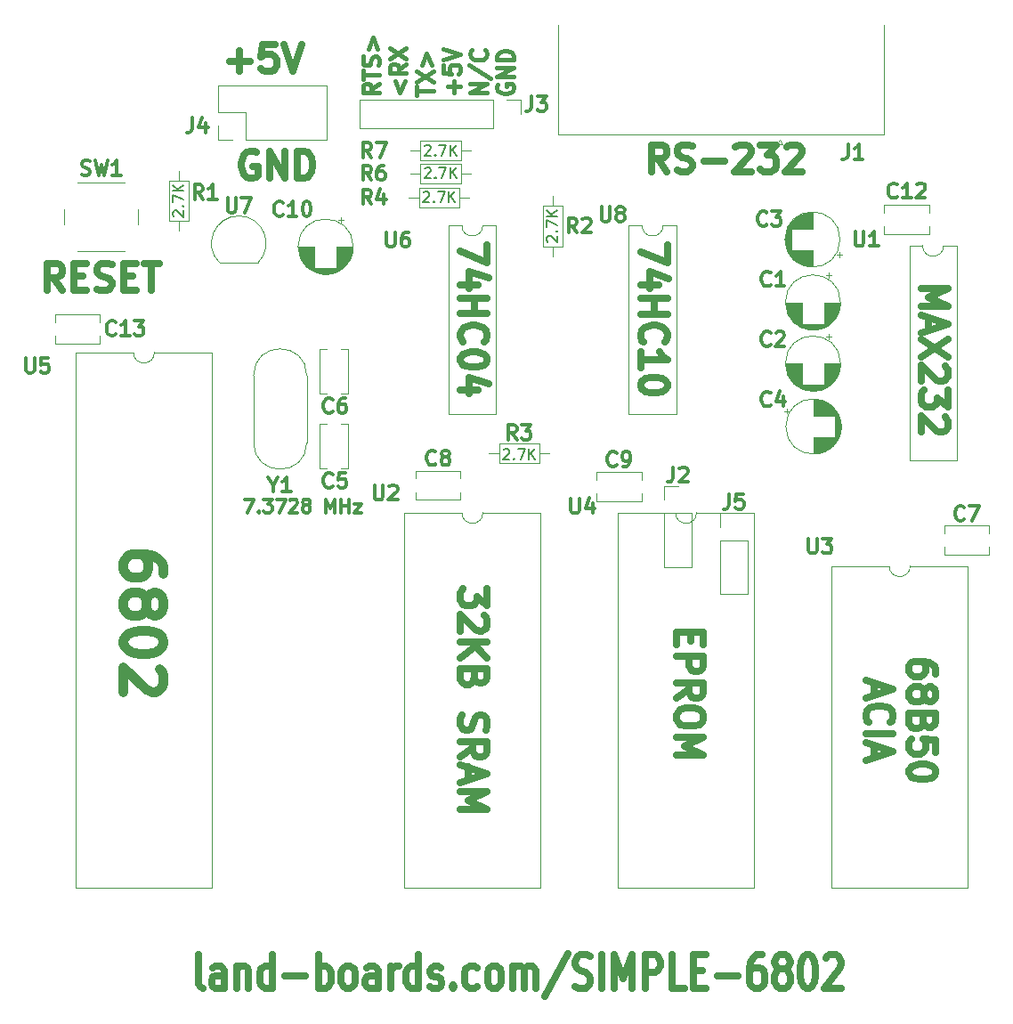
<source format=gto>
G04 #@! TF.GenerationSoftware,KiCad,Pcbnew,(6.0.1)*
G04 #@! TF.CreationDate,2022-09-15T17:35:39-04:00*
G04 #@! TF.ProjectId,SIMPLE-6802,53494d50-4c45-42d3-9638-30322e6b6963,1*
G04 #@! TF.SameCoordinates,Original*
G04 #@! TF.FileFunction,Legend,Top*
G04 #@! TF.FilePolarity,Positive*
%FSLAX46Y46*%
G04 Gerber Fmt 4.6, Leading zero omitted, Abs format (unit mm)*
G04 Created by KiCad (PCBNEW (6.0.1)) date 2022-09-15 17:35:39*
%MOMM*%
%LPD*%
G01*
G04 APERTURE LIST*
%ADD10C,0.635000*%
%ADD11C,0.317500*%
%ADD12C,0.952500*%
%ADD13C,0.381000*%
%ADD14C,0.349250*%
%ADD15C,0.150000*%
%ADD16C,0.120000*%
G04 APERTURE END LIST*
D10*
X150607952Y-65749085D02*
X150607952Y-67442419D01*
X148067952Y-66353847D01*
X149761285Y-69498609D02*
X148067952Y-69498609D01*
X150728904Y-68893847D02*
X148914619Y-68289085D01*
X148914619Y-69861466D01*
X148067952Y-70829085D02*
X150607952Y-70829085D01*
X149398428Y-70829085D02*
X149398428Y-72280514D01*
X148067952Y-72280514D02*
X150607952Y-72280514D01*
X148309857Y-74941466D02*
X148188904Y-74820514D01*
X148067952Y-74457657D01*
X148067952Y-74215752D01*
X148188904Y-73852895D01*
X148430809Y-73610990D01*
X148672714Y-73490038D01*
X149156523Y-73369085D01*
X149519380Y-73369085D01*
X150003190Y-73490038D01*
X150245095Y-73610990D01*
X150487000Y-73852895D01*
X150607952Y-74215752D01*
X150607952Y-74457657D01*
X150487000Y-74820514D01*
X150366047Y-74941466D01*
X148067952Y-77360514D02*
X148067952Y-75909085D01*
X148067952Y-76634800D02*
X150607952Y-76634800D01*
X150245095Y-76392895D01*
X150003190Y-76150990D01*
X149882238Y-75909085D01*
X150607952Y-78932895D02*
X150607952Y-79174800D01*
X150487000Y-79416704D01*
X150366047Y-79537657D01*
X150124142Y-79658609D01*
X149640333Y-79779561D01*
X149035571Y-79779561D01*
X148551761Y-79658609D01*
X148309857Y-79537657D01*
X148188904Y-79416704D01*
X148067952Y-79174800D01*
X148067952Y-78932895D01*
X148188904Y-78690990D01*
X148309857Y-78570038D01*
X148551761Y-78449085D01*
X149035571Y-78328133D01*
X149640333Y-78328133D01*
X150124142Y-78449085D01*
X150366047Y-78570038D01*
X150487000Y-78690990D01*
X150607952Y-78932895D01*
X106399857Y-136408309D02*
X106157952Y-136257119D01*
X106037000Y-135954738D01*
X106037000Y-133233309D01*
X108456047Y-136408309D02*
X108456047Y-134745214D01*
X108335095Y-134442833D01*
X108093190Y-134291642D01*
X107609380Y-134291642D01*
X107367476Y-134442833D01*
X108456047Y-136257119D02*
X108214142Y-136408309D01*
X107609380Y-136408309D01*
X107367476Y-136257119D01*
X107246523Y-135954738D01*
X107246523Y-135652357D01*
X107367476Y-135349976D01*
X107609380Y-135198785D01*
X108214142Y-135198785D01*
X108456047Y-135047595D01*
X109665571Y-134291642D02*
X109665571Y-136408309D01*
X109665571Y-134594023D02*
X109786523Y-134442833D01*
X110028428Y-134291642D01*
X110391285Y-134291642D01*
X110633190Y-134442833D01*
X110754142Y-134745214D01*
X110754142Y-136408309D01*
X113052238Y-136408309D02*
X113052238Y-133233309D01*
X113052238Y-136257119D02*
X112810333Y-136408309D01*
X112326523Y-136408309D01*
X112084619Y-136257119D01*
X111963666Y-136105928D01*
X111842714Y-135803547D01*
X111842714Y-134896404D01*
X111963666Y-134594023D01*
X112084619Y-134442833D01*
X112326523Y-134291642D01*
X112810333Y-134291642D01*
X113052238Y-134442833D01*
X114261761Y-135198785D02*
X116197000Y-135198785D01*
X117406523Y-136408309D02*
X117406523Y-133233309D01*
X117406523Y-134442833D02*
X117648428Y-134291642D01*
X118132238Y-134291642D01*
X118374142Y-134442833D01*
X118495095Y-134594023D01*
X118616047Y-134896404D01*
X118616047Y-135803547D01*
X118495095Y-136105928D01*
X118374142Y-136257119D01*
X118132238Y-136408309D01*
X117648428Y-136408309D01*
X117406523Y-136257119D01*
X120067476Y-136408309D02*
X119825571Y-136257119D01*
X119704619Y-136105928D01*
X119583666Y-135803547D01*
X119583666Y-134896404D01*
X119704619Y-134594023D01*
X119825571Y-134442833D01*
X120067476Y-134291642D01*
X120430333Y-134291642D01*
X120672238Y-134442833D01*
X120793190Y-134594023D01*
X120914142Y-134896404D01*
X120914142Y-135803547D01*
X120793190Y-136105928D01*
X120672238Y-136257119D01*
X120430333Y-136408309D01*
X120067476Y-136408309D01*
X123091285Y-136408309D02*
X123091285Y-134745214D01*
X122970333Y-134442833D01*
X122728428Y-134291642D01*
X122244619Y-134291642D01*
X122002714Y-134442833D01*
X123091285Y-136257119D02*
X122849380Y-136408309D01*
X122244619Y-136408309D01*
X122002714Y-136257119D01*
X121881761Y-135954738D01*
X121881761Y-135652357D01*
X122002714Y-135349976D01*
X122244619Y-135198785D01*
X122849380Y-135198785D01*
X123091285Y-135047595D01*
X124300809Y-136408309D02*
X124300809Y-134291642D01*
X124300809Y-134896404D02*
X124421761Y-134594023D01*
X124542714Y-134442833D01*
X124784619Y-134291642D01*
X125026523Y-134291642D01*
X126961761Y-136408309D02*
X126961761Y-133233309D01*
X126961761Y-136257119D02*
X126719857Y-136408309D01*
X126236047Y-136408309D01*
X125994142Y-136257119D01*
X125873190Y-136105928D01*
X125752238Y-135803547D01*
X125752238Y-134896404D01*
X125873190Y-134594023D01*
X125994142Y-134442833D01*
X126236047Y-134291642D01*
X126719857Y-134291642D01*
X126961761Y-134442833D01*
X128050333Y-136257119D02*
X128292238Y-136408309D01*
X128776047Y-136408309D01*
X129017952Y-136257119D01*
X129138904Y-135954738D01*
X129138904Y-135803547D01*
X129017952Y-135501166D01*
X128776047Y-135349976D01*
X128413190Y-135349976D01*
X128171285Y-135198785D01*
X128050333Y-134896404D01*
X128050333Y-134745214D01*
X128171285Y-134442833D01*
X128413190Y-134291642D01*
X128776047Y-134291642D01*
X129017952Y-134442833D01*
X130227476Y-136105928D02*
X130348428Y-136257119D01*
X130227476Y-136408309D01*
X130106523Y-136257119D01*
X130227476Y-136105928D01*
X130227476Y-136408309D01*
X132525571Y-136257119D02*
X132283666Y-136408309D01*
X131799857Y-136408309D01*
X131557952Y-136257119D01*
X131437000Y-136105928D01*
X131316047Y-135803547D01*
X131316047Y-134896404D01*
X131437000Y-134594023D01*
X131557952Y-134442833D01*
X131799857Y-134291642D01*
X132283666Y-134291642D01*
X132525571Y-134442833D01*
X133977000Y-136408309D02*
X133735095Y-136257119D01*
X133614142Y-136105928D01*
X133493190Y-135803547D01*
X133493190Y-134896404D01*
X133614142Y-134594023D01*
X133735095Y-134442833D01*
X133977000Y-134291642D01*
X134339857Y-134291642D01*
X134581761Y-134442833D01*
X134702714Y-134594023D01*
X134823666Y-134896404D01*
X134823666Y-135803547D01*
X134702714Y-136105928D01*
X134581761Y-136257119D01*
X134339857Y-136408309D01*
X133977000Y-136408309D01*
X135912238Y-136408309D02*
X135912238Y-134291642D01*
X135912238Y-134594023D02*
X136033190Y-134442833D01*
X136275095Y-134291642D01*
X136637952Y-134291642D01*
X136879857Y-134442833D01*
X137000809Y-134745214D01*
X137000809Y-136408309D01*
X137000809Y-134745214D02*
X137121761Y-134442833D01*
X137363666Y-134291642D01*
X137726523Y-134291642D01*
X137968428Y-134442833D01*
X138089380Y-134745214D01*
X138089380Y-136408309D01*
X141113190Y-133082119D02*
X138936047Y-137164261D01*
X141838904Y-136257119D02*
X142201761Y-136408309D01*
X142806523Y-136408309D01*
X143048428Y-136257119D01*
X143169380Y-136105928D01*
X143290333Y-135803547D01*
X143290333Y-135501166D01*
X143169380Y-135198785D01*
X143048428Y-135047595D01*
X142806523Y-134896404D01*
X142322714Y-134745214D01*
X142080809Y-134594023D01*
X141959857Y-134442833D01*
X141838904Y-134140452D01*
X141838904Y-133838071D01*
X141959857Y-133535690D01*
X142080809Y-133384500D01*
X142322714Y-133233309D01*
X142927476Y-133233309D01*
X143290333Y-133384500D01*
X144378904Y-136408309D02*
X144378904Y-133233309D01*
X145588428Y-136408309D02*
X145588428Y-133233309D01*
X146435095Y-135501166D01*
X147281761Y-133233309D01*
X147281761Y-136408309D01*
X148491285Y-136408309D02*
X148491285Y-133233309D01*
X149458904Y-133233309D01*
X149700809Y-133384500D01*
X149821761Y-133535690D01*
X149942714Y-133838071D01*
X149942714Y-134291642D01*
X149821761Y-134594023D01*
X149700809Y-134745214D01*
X149458904Y-134896404D01*
X148491285Y-134896404D01*
X152240809Y-136408309D02*
X151031285Y-136408309D01*
X151031285Y-133233309D01*
X153087476Y-134745214D02*
X153934142Y-134745214D01*
X154297000Y-136408309D02*
X153087476Y-136408309D01*
X153087476Y-133233309D01*
X154297000Y-133233309D01*
X155385571Y-135198785D02*
X157320809Y-135198785D01*
X159618904Y-133233309D02*
X159135095Y-133233309D01*
X158893190Y-133384500D01*
X158772238Y-133535690D01*
X158530333Y-133989261D01*
X158409380Y-134594023D01*
X158409380Y-135803547D01*
X158530333Y-136105928D01*
X158651285Y-136257119D01*
X158893190Y-136408309D01*
X159377000Y-136408309D01*
X159618904Y-136257119D01*
X159739857Y-136105928D01*
X159860809Y-135803547D01*
X159860809Y-135047595D01*
X159739857Y-134745214D01*
X159618904Y-134594023D01*
X159377000Y-134442833D01*
X158893190Y-134442833D01*
X158651285Y-134594023D01*
X158530333Y-134745214D01*
X158409380Y-135047595D01*
X161312238Y-134594023D02*
X161070333Y-134442833D01*
X160949380Y-134291642D01*
X160828428Y-133989261D01*
X160828428Y-133838071D01*
X160949380Y-133535690D01*
X161070333Y-133384500D01*
X161312238Y-133233309D01*
X161796047Y-133233309D01*
X162037952Y-133384500D01*
X162158904Y-133535690D01*
X162279857Y-133838071D01*
X162279857Y-133989261D01*
X162158904Y-134291642D01*
X162037952Y-134442833D01*
X161796047Y-134594023D01*
X161312238Y-134594023D01*
X161070333Y-134745214D01*
X160949380Y-134896404D01*
X160828428Y-135198785D01*
X160828428Y-135803547D01*
X160949380Y-136105928D01*
X161070333Y-136257119D01*
X161312238Y-136408309D01*
X161796047Y-136408309D01*
X162037952Y-136257119D01*
X162158904Y-136105928D01*
X162279857Y-135803547D01*
X162279857Y-135198785D01*
X162158904Y-134896404D01*
X162037952Y-134745214D01*
X161796047Y-134594023D01*
X163852238Y-133233309D02*
X164094142Y-133233309D01*
X164336047Y-133384500D01*
X164457000Y-133535690D01*
X164577952Y-133838071D01*
X164698904Y-134442833D01*
X164698904Y-135198785D01*
X164577952Y-135803547D01*
X164457000Y-136105928D01*
X164336047Y-136257119D01*
X164094142Y-136408309D01*
X163852238Y-136408309D01*
X163610333Y-136257119D01*
X163489380Y-136105928D01*
X163368428Y-135803547D01*
X163247476Y-135198785D01*
X163247476Y-134442833D01*
X163368428Y-133838071D01*
X163489380Y-133535690D01*
X163610333Y-133384500D01*
X163852238Y-133233309D01*
X165666523Y-133535690D02*
X165787476Y-133384500D01*
X166029380Y-133233309D01*
X166634142Y-133233309D01*
X166876047Y-133384500D01*
X166997000Y-133535690D01*
X167117952Y-133838071D01*
X167117952Y-134140452D01*
X166997000Y-134594023D01*
X165545571Y-136408309D01*
X167117952Y-136408309D01*
X133462952Y-98436466D02*
X133462952Y-100008847D01*
X132495333Y-99162180D01*
X132495333Y-99525038D01*
X132374380Y-99766942D01*
X132253428Y-99887895D01*
X132011523Y-100008847D01*
X131406761Y-100008847D01*
X131164857Y-99887895D01*
X131043904Y-99766942D01*
X130922952Y-99525038D01*
X130922952Y-98799323D01*
X131043904Y-98557419D01*
X131164857Y-98436466D01*
X133221047Y-100976466D02*
X133342000Y-101097419D01*
X133462952Y-101339323D01*
X133462952Y-101944085D01*
X133342000Y-102185990D01*
X133221047Y-102306942D01*
X132979142Y-102427895D01*
X132737238Y-102427895D01*
X132374380Y-102306942D01*
X130922952Y-100855514D01*
X130922952Y-102427895D01*
X130922952Y-103516466D02*
X133462952Y-103516466D01*
X130922952Y-104967895D02*
X132374380Y-103879323D01*
X133462952Y-104967895D02*
X132011523Y-103516466D01*
X132253428Y-106903133D02*
X132132476Y-107265990D01*
X132011523Y-107386942D01*
X131769619Y-107507895D01*
X131406761Y-107507895D01*
X131164857Y-107386942D01*
X131043904Y-107265990D01*
X130922952Y-107024085D01*
X130922952Y-106056466D01*
X133462952Y-106056466D01*
X133462952Y-106903133D01*
X133342000Y-107145038D01*
X133221047Y-107265990D01*
X132979142Y-107386942D01*
X132737238Y-107386942D01*
X132495333Y-107265990D01*
X132374380Y-107145038D01*
X132253428Y-106903133D01*
X132253428Y-106056466D01*
X131043904Y-110410752D02*
X130922952Y-110773609D01*
X130922952Y-111378371D01*
X131043904Y-111620276D01*
X131164857Y-111741228D01*
X131406761Y-111862180D01*
X131648666Y-111862180D01*
X131890571Y-111741228D01*
X132011523Y-111620276D01*
X132132476Y-111378371D01*
X132253428Y-110894561D01*
X132374380Y-110652657D01*
X132495333Y-110531704D01*
X132737238Y-110410752D01*
X132979142Y-110410752D01*
X133221047Y-110531704D01*
X133342000Y-110652657D01*
X133462952Y-110894561D01*
X133462952Y-111499323D01*
X133342000Y-111862180D01*
X130922952Y-114402180D02*
X132132476Y-113555514D01*
X130922952Y-112950752D02*
X133462952Y-112950752D01*
X133462952Y-113918371D01*
X133342000Y-114160276D01*
X133221047Y-114281228D01*
X132979142Y-114402180D01*
X132616285Y-114402180D01*
X132374380Y-114281228D01*
X132253428Y-114160276D01*
X132132476Y-113918371D01*
X132132476Y-112950752D01*
X131648666Y-115369800D02*
X131648666Y-116579323D01*
X130922952Y-115127895D02*
X133462952Y-115974561D01*
X130922952Y-116821228D01*
X130922952Y-117667895D02*
X133462952Y-117667895D01*
X131648666Y-118514561D01*
X133462952Y-119361228D01*
X130922952Y-119361228D01*
D11*
X110409428Y-89909323D02*
X111256095Y-89909323D01*
X110711809Y-91179323D01*
X111739904Y-91058371D02*
X111800380Y-91118847D01*
X111739904Y-91179323D01*
X111679428Y-91118847D01*
X111739904Y-91058371D01*
X111739904Y-91179323D01*
X112223714Y-89909323D02*
X113009904Y-89909323D01*
X112586571Y-90393133D01*
X112768000Y-90393133D01*
X112888952Y-90453609D01*
X112949428Y-90514085D01*
X113009904Y-90635038D01*
X113009904Y-90937419D01*
X112949428Y-91058371D01*
X112888952Y-91118847D01*
X112768000Y-91179323D01*
X112405142Y-91179323D01*
X112284190Y-91118847D01*
X112223714Y-91058371D01*
X113433238Y-89909323D02*
X114279904Y-89909323D01*
X113735619Y-91179323D01*
X114703238Y-90030276D02*
X114763714Y-89969800D01*
X114884666Y-89909323D01*
X115187047Y-89909323D01*
X115308000Y-89969800D01*
X115368476Y-90030276D01*
X115428952Y-90151228D01*
X115428952Y-90272180D01*
X115368476Y-90453609D01*
X114642761Y-91179323D01*
X115428952Y-91179323D01*
X116154666Y-90453609D02*
X116033714Y-90393133D01*
X115973238Y-90332657D01*
X115912761Y-90211704D01*
X115912761Y-90151228D01*
X115973238Y-90030276D01*
X116033714Y-89969800D01*
X116154666Y-89909323D01*
X116396571Y-89909323D01*
X116517523Y-89969800D01*
X116578000Y-90030276D01*
X116638476Y-90151228D01*
X116638476Y-90211704D01*
X116578000Y-90332657D01*
X116517523Y-90393133D01*
X116396571Y-90453609D01*
X116154666Y-90453609D01*
X116033714Y-90514085D01*
X115973238Y-90574561D01*
X115912761Y-90695514D01*
X115912761Y-90937419D01*
X115973238Y-91058371D01*
X116033714Y-91118847D01*
X116154666Y-91179323D01*
X116396571Y-91179323D01*
X116517523Y-91118847D01*
X116578000Y-91058371D01*
X116638476Y-90937419D01*
X116638476Y-90695514D01*
X116578000Y-90574561D01*
X116517523Y-90514085D01*
X116396571Y-90453609D01*
X118150380Y-91179323D02*
X118150380Y-89909323D01*
X118573714Y-90816466D01*
X118997047Y-89909323D01*
X118997047Y-91179323D01*
X119601809Y-91179323D02*
X119601809Y-89909323D01*
X119601809Y-90514085D02*
X120327523Y-90514085D01*
X120327523Y-91179323D02*
X120327523Y-89909323D01*
X120811333Y-90332657D02*
X121476571Y-90332657D01*
X120811333Y-91179323D01*
X121476571Y-91179323D01*
D10*
X150577714Y-58733847D02*
X149731047Y-57524323D01*
X149126285Y-58733847D02*
X149126285Y-56193847D01*
X150093904Y-56193847D01*
X150335809Y-56314800D01*
X150456761Y-56435752D01*
X150577714Y-56677657D01*
X150577714Y-57040514D01*
X150456761Y-57282419D01*
X150335809Y-57403371D01*
X150093904Y-57524323D01*
X149126285Y-57524323D01*
X151545333Y-58612895D02*
X151908190Y-58733847D01*
X152512952Y-58733847D01*
X152754857Y-58612895D01*
X152875809Y-58491942D01*
X152996761Y-58250038D01*
X152996761Y-58008133D01*
X152875809Y-57766228D01*
X152754857Y-57645276D01*
X152512952Y-57524323D01*
X152029142Y-57403371D01*
X151787238Y-57282419D01*
X151666285Y-57161466D01*
X151545333Y-56919561D01*
X151545333Y-56677657D01*
X151666285Y-56435752D01*
X151787238Y-56314800D01*
X152029142Y-56193847D01*
X152633904Y-56193847D01*
X152996761Y-56314800D01*
X154085333Y-57766228D02*
X156020571Y-57766228D01*
X157109142Y-56435752D02*
X157230095Y-56314800D01*
X157472000Y-56193847D01*
X158076761Y-56193847D01*
X158318666Y-56314800D01*
X158439619Y-56435752D01*
X158560571Y-56677657D01*
X158560571Y-56919561D01*
X158439619Y-57282419D01*
X156988190Y-58733847D01*
X158560571Y-58733847D01*
X159407238Y-56193847D02*
X160979619Y-56193847D01*
X160132952Y-57161466D01*
X160495809Y-57161466D01*
X160737714Y-57282419D01*
X160858666Y-57403371D01*
X160979619Y-57645276D01*
X160979619Y-58250038D01*
X160858666Y-58491942D01*
X160737714Y-58612895D01*
X160495809Y-58733847D01*
X159770095Y-58733847D01*
X159528190Y-58612895D01*
X159407238Y-58491942D01*
X161947238Y-56435752D02*
X162068190Y-56314800D01*
X162310095Y-56193847D01*
X162914857Y-56193847D01*
X163156761Y-56314800D01*
X163277714Y-56435752D01*
X163398666Y-56677657D01*
X163398666Y-56919561D01*
X163277714Y-57282419D01*
X161826285Y-58733847D01*
X163398666Y-58733847D01*
X111559988Y-56949800D02*
X111318083Y-56828847D01*
X110955226Y-56828847D01*
X110592369Y-56949800D01*
X110350464Y-57191704D01*
X110229511Y-57433609D01*
X110108559Y-57917419D01*
X110108559Y-58280276D01*
X110229511Y-58764085D01*
X110350464Y-59005990D01*
X110592369Y-59247895D01*
X110955226Y-59368847D01*
X111197130Y-59368847D01*
X111559988Y-59247895D01*
X111680940Y-59126942D01*
X111680940Y-58280276D01*
X111197130Y-58280276D01*
X112769511Y-59368847D02*
X112769511Y-56828847D01*
X114220940Y-59368847D01*
X114220940Y-56828847D01*
X115430464Y-59368847D02*
X115430464Y-56828847D01*
X116035226Y-56828847D01*
X116398083Y-56949800D01*
X116639988Y-57191704D01*
X116760940Y-57433609D01*
X116881892Y-57917419D01*
X116881892Y-58280276D01*
X116760940Y-58764085D01*
X116639988Y-59005990D01*
X116398083Y-59247895D01*
X116035226Y-59368847D01*
X115430464Y-59368847D01*
X152827428Y-102518609D02*
X152827428Y-103365276D01*
X151496952Y-103728133D02*
X151496952Y-102518609D01*
X154036952Y-102518609D01*
X154036952Y-103728133D01*
X151496952Y-104816704D02*
X154036952Y-104816704D01*
X154036952Y-105784323D01*
X153916000Y-106026228D01*
X153795047Y-106147180D01*
X153553142Y-106268133D01*
X153190285Y-106268133D01*
X152948380Y-106147180D01*
X152827428Y-106026228D01*
X152706476Y-105784323D01*
X152706476Y-104816704D01*
X151496952Y-108808133D02*
X152706476Y-107961466D01*
X151496952Y-107356704D02*
X154036952Y-107356704D01*
X154036952Y-108324323D01*
X153916000Y-108566228D01*
X153795047Y-108687180D01*
X153553142Y-108808133D01*
X153190285Y-108808133D01*
X152948380Y-108687180D01*
X152827428Y-108566228D01*
X152706476Y-108324323D01*
X152706476Y-107356704D01*
X154036952Y-110380514D02*
X154036952Y-110864323D01*
X153916000Y-111106228D01*
X153674095Y-111348133D01*
X153190285Y-111469085D01*
X152343619Y-111469085D01*
X151859809Y-111348133D01*
X151617904Y-111106228D01*
X151496952Y-110864323D01*
X151496952Y-110380514D01*
X151617904Y-110138609D01*
X151859809Y-109896704D01*
X152343619Y-109775752D01*
X153190285Y-109775752D01*
X153674095Y-109896704D01*
X153916000Y-110138609D01*
X154036952Y-110380514D01*
X151496952Y-112557657D02*
X154036952Y-112557657D01*
X152222666Y-113404323D01*
X154036952Y-114250990D01*
X151496952Y-114250990D01*
X174737952Y-69861466D02*
X177277952Y-69861466D01*
X175463666Y-70708133D01*
X177277952Y-71554800D01*
X174737952Y-71554800D01*
X175463666Y-72643371D02*
X175463666Y-73852895D01*
X174737952Y-72401466D02*
X177277952Y-73248133D01*
X174737952Y-74094800D01*
X177277952Y-74699561D02*
X174737952Y-76392895D01*
X177277952Y-76392895D02*
X174737952Y-74699561D01*
X177036047Y-77239561D02*
X177157000Y-77360514D01*
X177277952Y-77602419D01*
X177277952Y-78207180D01*
X177157000Y-78449085D01*
X177036047Y-78570038D01*
X176794142Y-78690990D01*
X176552238Y-78690990D01*
X176189380Y-78570038D01*
X174737952Y-77118609D01*
X174737952Y-78690990D01*
X177277952Y-79537657D02*
X177277952Y-81110038D01*
X176310333Y-80263371D01*
X176310333Y-80626228D01*
X176189380Y-80868133D01*
X176068428Y-80989085D01*
X175826523Y-81110038D01*
X175221761Y-81110038D01*
X174979857Y-80989085D01*
X174858904Y-80868133D01*
X174737952Y-80626228D01*
X174737952Y-79900514D01*
X174858904Y-79658609D01*
X174979857Y-79537657D01*
X177036047Y-82077657D02*
X177157000Y-82198609D01*
X177277952Y-82440514D01*
X177277952Y-83045276D01*
X177157000Y-83287180D01*
X177036047Y-83408133D01*
X176794142Y-83529085D01*
X176552238Y-83529085D01*
X176189380Y-83408133D01*
X174737952Y-81956704D01*
X174737952Y-83529085D01*
X108959511Y-48241228D02*
X110894750Y-48241228D01*
X109927130Y-49208847D02*
X109927130Y-47273609D01*
X113313797Y-46668847D02*
X112104273Y-46668847D01*
X111983321Y-47878371D01*
X112104273Y-47757419D01*
X112346178Y-47636466D01*
X112950940Y-47636466D01*
X113192845Y-47757419D01*
X113313797Y-47878371D01*
X113434750Y-48120276D01*
X113434750Y-48725038D01*
X113313797Y-48966942D01*
X113192845Y-49087895D01*
X112950940Y-49208847D01*
X112346178Y-49208847D01*
X112104273Y-49087895D01*
X111983321Y-48966942D01*
X114160464Y-46668847D02*
X115007130Y-49208847D01*
X115853797Y-46668847D01*
X176147652Y-106510038D02*
X176147652Y-106026228D01*
X176026700Y-105784323D01*
X175905747Y-105663371D01*
X175542890Y-105421466D01*
X175059080Y-105300514D01*
X174091461Y-105300514D01*
X173849557Y-105421466D01*
X173728604Y-105542419D01*
X173607652Y-105784323D01*
X173607652Y-106268133D01*
X173728604Y-106510038D01*
X173849557Y-106630990D01*
X174091461Y-106751942D01*
X174696223Y-106751942D01*
X174938128Y-106630990D01*
X175059080Y-106510038D01*
X175180033Y-106268133D01*
X175180033Y-105784323D01*
X175059080Y-105542419D01*
X174938128Y-105421466D01*
X174696223Y-105300514D01*
X175059080Y-108203371D02*
X175180033Y-107961466D01*
X175300985Y-107840514D01*
X175542890Y-107719561D01*
X175663842Y-107719561D01*
X175905747Y-107840514D01*
X176026700Y-107961466D01*
X176147652Y-108203371D01*
X176147652Y-108687180D01*
X176026700Y-108929085D01*
X175905747Y-109050038D01*
X175663842Y-109170990D01*
X175542890Y-109170990D01*
X175300985Y-109050038D01*
X175180033Y-108929085D01*
X175059080Y-108687180D01*
X175059080Y-108203371D01*
X174938128Y-107961466D01*
X174817176Y-107840514D01*
X174575271Y-107719561D01*
X174091461Y-107719561D01*
X173849557Y-107840514D01*
X173728604Y-107961466D01*
X173607652Y-108203371D01*
X173607652Y-108687180D01*
X173728604Y-108929085D01*
X173849557Y-109050038D01*
X174091461Y-109170990D01*
X174575271Y-109170990D01*
X174817176Y-109050038D01*
X174938128Y-108929085D01*
X175059080Y-108687180D01*
X174938128Y-111106228D02*
X174817176Y-111469085D01*
X174696223Y-111590038D01*
X174454319Y-111710990D01*
X174091461Y-111710990D01*
X173849557Y-111590038D01*
X173728604Y-111469085D01*
X173607652Y-111227180D01*
X173607652Y-110259561D01*
X176147652Y-110259561D01*
X176147652Y-111106228D01*
X176026700Y-111348133D01*
X175905747Y-111469085D01*
X175663842Y-111590038D01*
X175421938Y-111590038D01*
X175180033Y-111469085D01*
X175059080Y-111348133D01*
X174938128Y-111106228D01*
X174938128Y-110259561D01*
X176147652Y-114009085D02*
X176147652Y-112799561D01*
X174938128Y-112678609D01*
X175059080Y-112799561D01*
X175180033Y-113041466D01*
X175180033Y-113646228D01*
X175059080Y-113888133D01*
X174938128Y-114009085D01*
X174696223Y-114130038D01*
X174091461Y-114130038D01*
X173849557Y-114009085D01*
X173728604Y-113888133D01*
X173607652Y-113646228D01*
X173607652Y-113041466D01*
X173728604Y-112799561D01*
X173849557Y-112678609D01*
X176147652Y-115702419D02*
X176147652Y-115944323D01*
X176026700Y-116186228D01*
X175905747Y-116307180D01*
X175663842Y-116428133D01*
X175180033Y-116549085D01*
X174575271Y-116549085D01*
X174091461Y-116428133D01*
X173849557Y-116307180D01*
X173728604Y-116186228D01*
X173607652Y-115944323D01*
X173607652Y-115702419D01*
X173728604Y-115460514D01*
X173849557Y-115339561D01*
X174091461Y-115218609D01*
X174575271Y-115097657D01*
X175180033Y-115097657D01*
X175663842Y-115218609D01*
X175905747Y-115339561D01*
X176026700Y-115460514D01*
X176147652Y-115702419D01*
X170243966Y-107356704D02*
X170243966Y-108566228D01*
X169518252Y-107114800D02*
X172058252Y-107961466D01*
X169518252Y-108808133D01*
X169760157Y-111106228D02*
X169639204Y-110985276D01*
X169518252Y-110622419D01*
X169518252Y-110380514D01*
X169639204Y-110017657D01*
X169881109Y-109775752D01*
X170123014Y-109654800D01*
X170606823Y-109533847D01*
X170969680Y-109533847D01*
X171453490Y-109654800D01*
X171695395Y-109775752D01*
X171937300Y-110017657D01*
X172058252Y-110380514D01*
X172058252Y-110622419D01*
X171937300Y-110985276D01*
X171816347Y-111106228D01*
X169518252Y-112194800D02*
X172058252Y-112194800D01*
X170243966Y-113283371D02*
X170243966Y-114492895D01*
X169518252Y-113041466D02*
X172058252Y-113888133D01*
X169518252Y-114734800D01*
D12*
X102662428Y-96936657D02*
X102662428Y-96210942D01*
X102481000Y-95848085D01*
X102299571Y-95666657D01*
X101755285Y-95303800D01*
X101029571Y-95122371D01*
X99578142Y-95122371D01*
X99215285Y-95303800D01*
X99033857Y-95485228D01*
X98852428Y-95848085D01*
X98852428Y-96573800D01*
X99033857Y-96936657D01*
X99215285Y-97118085D01*
X99578142Y-97299514D01*
X100485285Y-97299514D01*
X100848142Y-97118085D01*
X101029571Y-96936657D01*
X101211000Y-96573800D01*
X101211000Y-95848085D01*
X101029571Y-95485228D01*
X100848142Y-95303800D01*
X100485285Y-95122371D01*
X101029571Y-99476657D02*
X101211000Y-99113800D01*
X101392428Y-98932371D01*
X101755285Y-98750942D01*
X101936714Y-98750942D01*
X102299571Y-98932371D01*
X102481000Y-99113800D01*
X102662428Y-99476657D01*
X102662428Y-100202371D01*
X102481000Y-100565228D01*
X102299571Y-100746657D01*
X101936714Y-100928085D01*
X101755285Y-100928085D01*
X101392428Y-100746657D01*
X101211000Y-100565228D01*
X101029571Y-100202371D01*
X101029571Y-99476657D01*
X100848142Y-99113800D01*
X100666714Y-98932371D01*
X100303857Y-98750942D01*
X99578142Y-98750942D01*
X99215285Y-98932371D01*
X99033857Y-99113800D01*
X98852428Y-99476657D01*
X98852428Y-100202371D01*
X99033857Y-100565228D01*
X99215285Y-100746657D01*
X99578142Y-100928085D01*
X100303857Y-100928085D01*
X100666714Y-100746657D01*
X100848142Y-100565228D01*
X101029571Y-100202371D01*
X102662428Y-103286657D02*
X102662428Y-103649514D01*
X102481000Y-104012371D01*
X102299571Y-104193800D01*
X101936714Y-104375228D01*
X101211000Y-104556657D01*
X100303857Y-104556657D01*
X99578142Y-104375228D01*
X99215285Y-104193800D01*
X99033857Y-104012371D01*
X98852428Y-103649514D01*
X98852428Y-103286657D01*
X99033857Y-102923800D01*
X99215285Y-102742371D01*
X99578142Y-102560942D01*
X100303857Y-102379514D01*
X101211000Y-102379514D01*
X101936714Y-102560942D01*
X102299571Y-102742371D01*
X102481000Y-102923800D01*
X102662428Y-103286657D01*
X102299571Y-106008085D02*
X102481000Y-106189514D01*
X102662428Y-106552371D01*
X102662428Y-107459514D01*
X102481000Y-107822371D01*
X102299571Y-108003800D01*
X101936714Y-108185228D01*
X101573857Y-108185228D01*
X101029571Y-108003800D01*
X98852428Y-105826657D01*
X98852428Y-108185228D01*
D13*
X123225467Y-50388435D02*
X122469515Y-50896435D01*
X123225467Y-51259292D02*
X121637967Y-51259292D01*
X121637967Y-50678721D01*
X121713563Y-50533578D01*
X121789158Y-50461007D01*
X121940348Y-50388435D01*
X122167134Y-50388435D01*
X122318324Y-50461007D01*
X122393920Y-50533578D01*
X122469515Y-50678721D01*
X122469515Y-51259292D01*
X121637967Y-49953007D02*
X121637967Y-49082150D01*
X123225467Y-49517578D02*
X121637967Y-49517578D01*
X123149872Y-48646721D02*
X123225467Y-48429007D01*
X123225467Y-48066150D01*
X123149872Y-47921007D01*
X123074277Y-47848435D01*
X122923086Y-47775864D01*
X122771896Y-47775864D01*
X122620705Y-47848435D01*
X122545110Y-47921007D01*
X122469515Y-48066150D01*
X122393920Y-48356435D01*
X122318324Y-48501578D01*
X122242729Y-48574150D01*
X122091539Y-48646721D01*
X121940348Y-48646721D01*
X121789158Y-48574150D01*
X121713563Y-48501578D01*
X121637967Y-48356435D01*
X121637967Y-47993578D01*
X121713563Y-47775864D01*
X122167134Y-47122721D02*
X122620705Y-45961578D01*
X123074277Y-47122721D01*
X124723009Y-50098150D02*
X125176580Y-51259292D01*
X125630152Y-50098150D01*
X125781342Y-48501578D02*
X125025390Y-49009578D01*
X125781342Y-49372435D02*
X124193842Y-49372435D01*
X124193842Y-48791864D01*
X124269438Y-48646721D01*
X124345033Y-48574150D01*
X124496223Y-48501578D01*
X124723009Y-48501578D01*
X124874199Y-48574150D01*
X124949795Y-48646721D01*
X125025390Y-48791864D01*
X125025390Y-49372435D01*
X124193842Y-47993578D02*
X125781342Y-46977578D01*
X124193842Y-46977578D02*
X125781342Y-47993578D01*
X126749717Y-51477007D02*
X126749717Y-50606150D01*
X128337217Y-51041578D02*
X126749717Y-51041578D01*
X126749717Y-50243292D02*
X128337217Y-49227292D01*
X126749717Y-49227292D02*
X128337217Y-50243292D01*
X127278884Y-48646721D02*
X127732455Y-47485578D01*
X128186027Y-48646721D01*
X130288330Y-51259292D02*
X130288330Y-50098150D01*
X130893092Y-50678721D02*
X129683568Y-50678721D01*
X129305592Y-48646721D02*
X129305592Y-49372435D01*
X130061545Y-49445007D01*
X129985949Y-49372435D01*
X129910354Y-49227292D01*
X129910354Y-48864435D01*
X129985949Y-48719292D01*
X130061545Y-48646721D01*
X130212735Y-48574150D01*
X130590711Y-48574150D01*
X130741902Y-48646721D01*
X130817497Y-48719292D01*
X130893092Y-48864435D01*
X130893092Y-49227292D01*
X130817497Y-49372435D01*
X130741902Y-49445007D01*
X129305592Y-48138721D02*
X130893092Y-47630721D01*
X129305592Y-47122721D01*
X133448967Y-51259292D02*
X131861467Y-51259292D01*
X133448967Y-50388435D01*
X131861467Y-50388435D01*
X131785872Y-48574150D02*
X133826943Y-49880435D01*
X133297777Y-47195292D02*
X133373372Y-47267864D01*
X133448967Y-47485578D01*
X133448967Y-47630721D01*
X133373372Y-47848435D01*
X133222182Y-47993578D01*
X133070991Y-48066150D01*
X132768610Y-48138721D01*
X132541824Y-48138721D01*
X132239443Y-48066150D01*
X132088253Y-47993578D01*
X131937063Y-47848435D01*
X131861467Y-47630721D01*
X131861467Y-47485578D01*
X131937063Y-47267864D01*
X132012658Y-47195292D01*
X134492938Y-50461007D02*
X134417342Y-50606150D01*
X134417342Y-50823864D01*
X134492938Y-51041578D01*
X134644128Y-51186721D01*
X134795318Y-51259292D01*
X135097699Y-51331864D01*
X135324485Y-51331864D01*
X135626866Y-51259292D01*
X135778057Y-51186721D01*
X135929247Y-51041578D01*
X136004842Y-50823864D01*
X136004842Y-50678721D01*
X135929247Y-50461007D01*
X135853652Y-50388435D01*
X135324485Y-50388435D01*
X135324485Y-50678721D01*
X136004842Y-49735292D02*
X134417342Y-49735292D01*
X136004842Y-48864435D01*
X134417342Y-48864435D01*
X136004842Y-48138721D02*
X134417342Y-48138721D01*
X134417342Y-47775864D01*
X134492938Y-47558150D01*
X134644128Y-47413007D01*
X134795318Y-47340435D01*
X135097699Y-47267864D01*
X135324485Y-47267864D01*
X135626866Y-47340435D01*
X135778057Y-47413007D01*
X135929247Y-47558150D01*
X136004842Y-47775864D01*
X136004842Y-48138721D01*
D10*
X133462952Y-65744085D02*
X133462952Y-67437419D01*
X130922952Y-66348847D01*
X132616285Y-69493609D02*
X130922952Y-69493609D01*
X133583904Y-68888847D02*
X131769619Y-68284085D01*
X131769619Y-69856466D01*
X130922952Y-70824085D02*
X133462952Y-70824085D01*
X132253428Y-70824085D02*
X132253428Y-72275514D01*
X130922952Y-72275514D02*
X133462952Y-72275514D01*
X131164857Y-74936466D02*
X131043904Y-74815514D01*
X130922952Y-74452657D01*
X130922952Y-74210752D01*
X131043904Y-73847895D01*
X131285809Y-73605990D01*
X131527714Y-73485038D01*
X132011523Y-73364085D01*
X132374380Y-73364085D01*
X132858190Y-73485038D01*
X133100095Y-73605990D01*
X133342000Y-73847895D01*
X133462952Y-74210752D01*
X133462952Y-74452657D01*
X133342000Y-74815514D01*
X133221047Y-74936466D01*
X133462952Y-76508847D02*
X133462952Y-76750752D01*
X133342000Y-76992657D01*
X133221047Y-77113609D01*
X132979142Y-77234561D01*
X132495333Y-77355514D01*
X131890571Y-77355514D01*
X131406761Y-77234561D01*
X131164857Y-77113609D01*
X131043904Y-76992657D01*
X130922952Y-76750752D01*
X130922952Y-76508847D01*
X131043904Y-76266942D01*
X131164857Y-76145990D01*
X131406761Y-76025038D01*
X131890571Y-75904085D01*
X132495333Y-75904085D01*
X132979142Y-76025038D01*
X133221047Y-76145990D01*
X133342000Y-76266942D01*
X133462952Y-76508847D01*
X132616285Y-79532657D02*
X130922952Y-79532657D01*
X133583904Y-78927895D02*
X131769619Y-78323133D01*
X131769619Y-79895514D01*
X93076952Y-70036847D02*
X92230285Y-68827323D01*
X91625523Y-70036847D02*
X91625523Y-67496847D01*
X92593142Y-67496847D01*
X92835047Y-67617800D01*
X92956000Y-67738752D01*
X93076952Y-67980657D01*
X93076952Y-68343514D01*
X92956000Y-68585419D01*
X92835047Y-68706371D01*
X92593142Y-68827323D01*
X91625523Y-68827323D01*
X94165523Y-68706371D02*
X95012190Y-68706371D01*
X95375047Y-70036847D02*
X94165523Y-70036847D01*
X94165523Y-67496847D01*
X95375047Y-67496847D01*
X96342666Y-69915895D02*
X96705523Y-70036847D01*
X97310285Y-70036847D01*
X97552190Y-69915895D01*
X97673142Y-69794942D01*
X97794095Y-69553038D01*
X97794095Y-69311133D01*
X97673142Y-69069228D01*
X97552190Y-68948276D01*
X97310285Y-68827323D01*
X96826476Y-68706371D01*
X96584571Y-68585419D01*
X96463619Y-68464466D01*
X96342666Y-68222561D01*
X96342666Y-67980657D01*
X96463619Y-67738752D01*
X96584571Y-67617800D01*
X96826476Y-67496847D01*
X97431238Y-67496847D01*
X97794095Y-67617800D01*
X98882666Y-68706371D02*
X99729333Y-68706371D01*
X100092190Y-70036847D02*
X98882666Y-70036847D01*
X98882666Y-67496847D01*
X100092190Y-67496847D01*
X100817904Y-67496847D02*
X102269333Y-67496847D01*
X101543619Y-70036847D02*
X101543619Y-67496847D01*
D14*
X122449166Y-59559976D02*
X121983500Y-58894738D01*
X121650880Y-59559976D02*
X121650880Y-58162976D01*
X122183071Y-58162976D01*
X122316119Y-58229500D01*
X122382642Y-58296023D01*
X122449166Y-58429071D01*
X122449166Y-58628642D01*
X122382642Y-58761690D01*
X122316119Y-58828214D01*
X122183071Y-58894738D01*
X121650880Y-58894738D01*
X123646595Y-58162976D02*
X123380500Y-58162976D01*
X123247452Y-58229500D01*
X123180928Y-58296023D01*
X123047880Y-58495595D01*
X122981357Y-58761690D01*
X122981357Y-59293880D01*
X123047880Y-59426928D01*
X123114404Y-59493452D01*
X123247452Y-59559976D01*
X123513547Y-59559976D01*
X123646595Y-59493452D01*
X123713119Y-59426928D01*
X123779642Y-59293880D01*
X123779642Y-58961261D01*
X123713119Y-58828214D01*
X123646595Y-58761690D01*
X123513547Y-58695166D01*
X123247452Y-58695166D01*
X123114404Y-58761690D01*
X123047880Y-58828214D01*
X122981357Y-58961261D01*
D15*
X127532000Y-58475619D02*
X127579619Y-58428000D01*
X127674857Y-58380380D01*
X127912952Y-58380380D01*
X128008190Y-58428000D01*
X128055809Y-58475619D01*
X128103428Y-58570857D01*
X128103428Y-58666095D01*
X128055809Y-58808952D01*
X127484380Y-59380380D01*
X128103428Y-59380380D01*
X128532000Y-59285142D02*
X128579619Y-59332761D01*
X128532000Y-59380380D01*
X128484380Y-59332761D01*
X128532000Y-59285142D01*
X128532000Y-59380380D01*
X128912952Y-58380380D02*
X129579619Y-58380380D01*
X129151047Y-59380380D01*
X129960571Y-59380380D02*
X129960571Y-58380380D01*
X130532000Y-59380380D02*
X130103428Y-58808952D01*
X130532000Y-58380380D02*
X129960571Y-58951809D01*
D14*
X167801333Y-56184776D02*
X167801333Y-57182633D01*
X167734809Y-57382204D01*
X167601761Y-57515252D01*
X167402190Y-57581776D01*
X167269142Y-57581776D01*
X169198333Y-57581776D02*
X168400047Y-57581776D01*
X168799190Y-57581776D02*
X168799190Y-56184776D01*
X168666142Y-56384347D01*
X168533095Y-56517395D01*
X168400047Y-56583919D01*
X168472619Y-64439776D02*
X168472619Y-65570680D01*
X168539142Y-65703728D01*
X168605666Y-65770252D01*
X168738714Y-65836776D01*
X169004809Y-65836776D01*
X169137857Y-65770252D01*
X169204380Y-65703728D01*
X169270904Y-65570680D01*
X169270904Y-64439776D01*
X170667904Y-65836776D02*
X169869619Y-65836776D01*
X170268761Y-65836776D02*
X170268761Y-64439776D01*
X170135714Y-64639347D01*
X170002666Y-64772395D01*
X169869619Y-64838919D01*
X108782619Y-61239776D02*
X108782619Y-62370680D01*
X108849142Y-62503728D01*
X108915666Y-62570252D01*
X109048714Y-62636776D01*
X109314809Y-62636776D01*
X109447857Y-62570252D01*
X109514380Y-62503728D01*
X109580904Y-62370680D01*
X109580904Y-61239776D01*
X110113095Y-61239776D02*
X111044428Y-61239776D01*
X110445714Y-62636776D01*
X128577166Y-86531728D02*
X128510642Y-86598252D01*
X128311071Y-86664776D01*
X128178023Y-86664776D01*
X127978452Y-86598252D01*
X127845404Y-86465204D01*
X127778880Y-86332157D01*
X127712357Y-86066061D01*
X127712357Y-85866490D01*
X127778880Y-85600395D01*
X127845404Y-85467347D01*
X127978452Y-85334300D01*
X128178023Y-85267776D01*
X128311071Y-85267776D01*
X128510642Y-85334300D01*
X128577166Y-85400823D01*
X129375452Y-85866490D02*
X129242404Y-85799966D01*
X129175880Y-85733442D01*
X129109357Y-85600395D01*
X129109357Y-85533871D01*
X129175880Y-85400823D01*
X129242404Y-85334300D01*
X129375452Y-85267776D01*
X129641547Y-85267776D01*
X129774595Y-85334300D01*
X129841119Y-85400823D01*
X129907642Y-85533871D01*
X129907642Y-85600395D01*
X129841119Y-85733442D01*
X129774595Y-85799966D01*
X129641547Y-85866490D01*
X129375452Y-85866490D01*
X129242404Y-85933014D01*
X129175880Y-85999538D01*
X129109357Y-86132585D01*
X129109357Y-86398680D01*
X129175880Y-86531728D01*
X129242404Y-86598252D01*
X129375452Y-86664776D01*
X129641547Y-86664776D01*
X129774595Y-86598252D01*
X129841119Y-86531728D01*
X129907642Y-86398680D01*
X129907642Y-86132585D01*
X129841119Y-85999538D01*
X129774595Y-85933014D01*
X129641547Y-85866490D01*
X106439166Y-61391776D02*
X105973500Y-60726538D01*
X105640880Y-61391776D02*
X105640880Y-59994776D01*
X106173071Y-59994776D01*
X106306119Y-60061300D01*
X106372642Y-60127823D01*
X106439166Y-60260871D01*
X106439166Y-60460442D01*
X106372642Y-60593490D01*
X106306119Y-60660014D01*
X106173071Y-60726538D01*
X105640880Y-60726538D01*
X107769642Y-61391776D02*
X106971357Y-61391776D01*
X107370500Y-61391776D02*
X107370500Y-59994776D01*
X107237452Y-60194347D01*
X107104404Y-60327395D01*
X106971357Y-60393919D01*
D15*
X103679619Y-63021800D02*
X103632000Y-62974180D01*
X103584380Y-62878942D01*
X103584380Y-62640847D01*
X103632000Y-62545609D01*
X103679619Y-62497990D01*
X103774857Y-62450371D01*
X103870095Y-62450371D01*
X104012952Y-62497990D01*
X104584380Y-63069419D01*
X104584380Y-62450371D01*
X104489142Y-62021800D02*
X104536761Y-61974180D01*
X104584380Y-62021800D01*
X104536761Y-62069419D01*
X104489142Y-62021800D01*
X104584380Y-62021800D01*
X103584380Y-61640847D02*
X103584380Y-60974180D01*
X104584380Y-61402752D01*
X104584380Y-60593228D02*
X103584380Y-60593228D01*
X104584380Y-60021800D02*
X104012952Y-60450371D01*
X103584380Y-60021800D02*
X104155809Y-60593228D01*
D14*
X98133928Y-74212728D02*
X98067404Y-74279252D01*
X97867833Y-74345776D01*
X97734785Y-74345776D01*
X97535214Y-74279252D01*
X97402166Y-74146204D01*
X97335642Y-74013157D01*
X97269119Y-73747061D01*
X97269119Y-73547490D01*
X97335642Y-73281395D01*
X97402166Y-73148347D01*
X97535214Y-73015300D01*
X97734785Y-72948776D01*
X97867833Y-72948776D01*
X98067404Y-73015300D01*
X98133928Y-73081823D01*
X99464404Y-74345776D02*
X98666119Y-74345776D01*
X99065261Y-74345776D02*
X99065261Y-72948776D01*
X98932214Y-73148347D01*
X98799166Y-73281395D01*
X98666119Y-73347919D01*
X99930071Y-72948776D02*
X100794880Y-72948776D01*
X100329214Y-73480966D01*
X100528785Y-73480966D01*
X100661833Y-73547490D01*
X100728357Y-73614014D01*
X100794880Y-73747061D01*
X100794880Y-74079680D01*
X100728357Y-74212728D01*
X100661833Y-74279252D01*
X100528785Y-74345776D01*
X100129642Y-74345776D01*
X99996595Y-74279252D01*
X99930071Y-74212728D01*
X141999166Y-64566776D02*
X141533500Y-63901538D01*
X141200880Y-64566776D02*
X141200880Y-63169776D01*
X141733071Y-63169776D01*
X141866119Y-63236300D01*
X141932642Y-63302823D01*
X141999166Y-63435871D01*
X141999166Y-63635442D01*
X141932642Y-63768490D01*
X141866119Y-63835014D01*
X141733071Y-63901538D01*
X141200880Y-63901538D01*
X142531357Y-63302823D02*
X142597880Y-63236300D01*
X142730928Y-63169776D01*
X143063547Y-63169776D01*
X143196595Y-63236300D01*
X143263119Y-63302823D01*
X143329642Y-63435871D01*
X143329642Y-63568919D01*
X143263119Y-63768490D01*
X142464833Y-64566776D01*
X143329642Y-64566776D01*
D15*
X139239619Y-65434800D02*
X139192000Y-65387180D01*
X139144380Y-65291942D01*
X139144380Y-65053847D01*
X139192000Y-64958609D01*
X139239619Y-64910990D01*
X139334857Y-64863371D01*
X139430095Y-64863371D01*
X139572952Y-64910990D01*
X140144380Y-65482419D01*
X140144380Y-64863371D01*
X140049142Y-64434800D02*
X140096761Y-64387180D01*
X140144380Y-64434800D01*
X140096761Y-64482419D01*
X140049142Y-64434800D01*
X140144380Y-64434800D01*
X139144380Y-64053847D02*
X139144380Y-63387180D01*
X140144380Y-63815752D01*
X140144380Y-63006228D02*
X139144380Y-63006228D01*
X140144380Y-62434800D02*
X139572952Y-62863371D01*
X139144380Y-62434800D02*
X139715809Y-63006228D01*
D14*
X118758166Y-81578728D02*
X118691642Y-81645252D01*
X118492071Y-81711776D01*
X118359023Y-81711776D01*
X118159452Y-81645252D01*
X118026404Y-81512204D01*
X117959880Y-81379157D01*
X117893357Y-81113061D01*
X117893357Y-80913490D01*
X117959880Y-80647395D01*
X118026404Y-80514347D01*
X118159452Y-80381300D01*
X118359023Y-80314776D01*
X118492071Y-80314776D01*
X118691642Y-80381300D01*
X118758166Y-80447823D01*
X119955595Y-80314776D02*
X119689500Y-80314776D01*
X119556452Y-80381300D01*
X119489928Y-80447823D01*
X119356880Y-80647395D01*
X119290357Y-80913490D01*
X119290357Y-81445680D01*
X119356880Y-81578728D01*
X119423404Y-81645252D01*
X119556452Y-81711776D01*
X119822547Y-81711776D01*
X119955595Y-81645252D01*
X120022119Y-81578728D01*
X120088642Y-81445680D01*
X120088642Y-81113061D01*
X120022119Y-80980014D01*
X119955595Y-80913490D01*
X119822547Y-80846966D01*
X119556452Y-80846966D01*
X119423404Y-80913490D01*
X119356880Y-80980014D01*
X119290357Y-81113061D01*
X156498333Y-89429776D02*
X156498333Y-90427633D01*
X156431809Y-90627204D01*
X156298761Y-90760252D01*
X156099190Y-90826776D01*
X155966142Y-90826776D01*
X157828809Y-89429776D02*
X157163571Y-89429776D01*
X157097047Y-90095014D01*
X157163571Y-90028490D01*
X157296619Y-89961966D01*
X157629238Y-89961966D01*
X157762285Y-90028490D01*
X157828809Y-90095014D01*
X157895333Y-90228061D01*
X157895333Y-90560680D01*
X157828809Y-90693728D01*
X157762285Y-90760252D01*
X157629238Y-90826776D01*
X157296619Y-90826776D01*
X157163571Y-90760252D01*
X157097047Y-90693728D01*
X89605619Y-76504776D02*
X89605619Y-77635680D01*
X89672142Y-77768728D01*
X89738666Y-77835252D01*
X89871714Y-77901776D01*
X90137809Y-77901776D01*
X90270857Y-77835252D01*
X90337380Y-77768728D01*
X90403904Y-77635680D01*
X90403904Y-76504776D01*
X91734380Y-76504776D02*
X91069142Y-76504776D01*
X91002619Y-77170014D01*
X91069142Y-77103490D01*
X91202190Y-77036966D01*
X91534809Y-77036966D01*
X91667857Y-77103490D01*
X91734380Y-77170014D01*
X91800904Y-77303061D01*
X91800904Y-77635680D01*
X91734380Y-77768728D01*
X91667857Y-77835252D01*
X91534809Y-77901776D01*
X91202190Y-77901776D01*
X91069142Y-77835252D01*
X91002619Y-77768728D01*
X122449166Y-61845976D02*
X121983500Y-61180738D01*
X121650880Y-61845976D02*
X121650880Y-60448976D01*
X122183071Y-60448976D01*
X122316119Y-60515500D01*
X122382642Y-60582023D01*
X122449166Y-60715071D01*
X122449166Y-60914642D01*
X122382642Y-61047690D01*
X122316119Y-61114214D01*
X122183071Y-61180738D01*
X121650880Y-61180738D01*
X123646595Y-60914642D02*
X123646595Y-61845976D01*
X123313976Y-60382452D02*
X122981357Y-61380309D01*
X123846166Y-61380309D01*
D15*
X127405000Y-60761619D02*
X127452619Y-60714000D01*
X127547857Y-60666380D01*
X127785952Y-60666380D01*
X127881190Y-60714000D01*
X127928809Y-60761619D01*
X127976428Y-60856857D01*
X127976428Y-60952095D01*
X127928809Y-61094952D01*
X127357380Y-61666380D01*
X127976428Y-61666380D01*
X128405000Y-61571142D02*
X128452619Y-61618761D01*
X128405000Y-61666380D01*
X128357380Y-61618761D01*
X128405000Y-61571142D01*
X128405000Y-61666380D01*
X128785952Y-60666380D02*
X129452619Y-60666380D01*
X129024047Y-61666380D01*
X129833571Y-61666380D02*
X129833571Y-60666380D01*
X130405000Y-61666380D02*
X129976428Y-61094952D01*
X130405000Y-60666380D02*
X129833571Y-61237809D01*
D14*
X105444333Y-53644776D02*
X105444333Y-54642633D01*
X105377809Y-54842204D01*
X105244761Y-54975252D01*
X105045190Y-55041776D01*
X104912142Y-55041776D01*
X106708285Y-54110442D02*
X106708285Y-55041776D01*
X106375666Y-53578252D02*
X106043047Y-54576109D01*
X106907857Y-54576109D01*
X145769166Y-86658728D02*
X145702642Y-86725252D01*
X145503071Y-86791776D01*
X145370023Y-86791776D01*
X145170452Y-86725252D01*
X145037404Y-86592204D01*
X144970880Y-86459157D01*
X144904357Y-86193061D01*
X144904357Y-85993490D01*
X144970880Y-85727395D01*
X145037404Y-85594347D01*
X145170452Y-85461300D01*
X145370023Y-85394776D01*
X145503071Y-85394776D01*
X145702642Y-85461300D01*
X145769166Y-85527823D01*
X146434404Y-86791776D02*
X146700500Y-86791776D01*
X146833547Y-86725252D01*
X146900071Y-86658728D01*
X147033119Y-86459157D01*
X147099642Y-86193061D01*
X147099642Y-85660871D01*
X147033119Y-85527823D01*
X146966595Y-85461300D01*
X146833547Y-85394776D01*
X146567452Y-85394776D01*
X146434404Y-85461300D01*
X146367880Y-85527823D01*
X146301357Y-85660871D01*
X146301357Y-85993490D01*
X146367880Y-86126538D01*
X146434404Y-86193061D01*
X146567452Y-86259585D01*
X146833547Y-86259585D01*
X146966595Y-86193061D01*
X147033119Y-86126538D01*
X147099642Y-85993490D01*
X144342619Y-62104776D02*
X144342619Y-63235680D01*
X144409142Y-63368728D01*
X144475666Y-63435252D01*
X144608714Y-63501776D01*
X144874809Y-63501776D01*
X145007857Y-63435252D01*
X145074380Y-63368728D01*
X145140904Y-63235680D01*
X145140904Y-62104776D01*
X146005714Y-62703490D02*
X145872666Y-62636966D01*
X145806142Y-62570442D01*
X145739619Y-62437395D01*
X145739619Y-62370871D01*
X145806142Y-62237823D01*
X145872666Y-62171300D01*
X146005714Y-62104776D01*
X146271809Y-62104776D01*
X146404857Y-62171300D01*
X146471380Y-62237823D01*
X146537904Y-62370871D01*
X146537904Y-62437395D01*
X146471380Y-62570442D01*
X146404857Y-62636966D01*
X146271809Y-62703490D01*
X146005714Y-62703490D01*
X145872666Y-62770014D01*
X145806142Y-62836538D01*
X145739619Y-62969585D01*
X145739619Y-63235680D01*
X145806142Y-63368728D01*
X145872666Y-63435252D01*
X146005714Y-63501776D01*
X146271809Y-63501776D01*
X146404857Y-63435252D01*
X146471380Y-63368728D01*
X146537904Y-63235680D01*
X146537904Y-62969585D01*
X146471380Y-62836538D01*
X146404857Y-62770014D01*
X146271809Y-62703490D01*
X122752619Y-88569776D02*
X122752619Y-89700680D01*
X122819142Y-89833728D01*
X122885666Y-89900252D01*
X123018714Y-89966776D01*
X123284809Y-89966776D01*
X123417857Y-89900252D01*
X123484380Y-89833728D01*
X123550904Y-89700680D01*
X123550904Y-88569776D01*
X124149619Y-88702823D02*
X124216142Y-88636300D01*
X124349190Y-88569776D01*
X124681809Y-88569776D01*
X124814857Y-88636300D01*
X124881380Y-88702823D01*
X124947904Y-88835871D01*
X124947904Y-88968919D01*
X124881380Y-89168490D01*
X124083095Y-89966776D01*
X124947904Y-89966776D01*
X160414166Y-69513728D02*
X160347642Y-69580252D01*
X160148071Y-69646776D01*
X160015023Y-69646776D01*
X159815452Y-69580252D01*
X159682404Y-69447204D01*
X159615880Y-69314157D01*
X159549357Y-69048061D01*
X159549357Y-68848490D01*
X159615880Y-68582395D01*
X159682404Y-68449347D01*
X159815452Y-68316300D01*
X160015023Y-68249776D01*
X160148071Y-68249776D01*
X160347642Y-68316300D01*
X160414166Y-68382823D01*
X161744642Y-69646776D02*
X160946357Y-69646776D01*
X161345500Y-69646776D02*
X161345500Y-68249776D01*
X161212452Y-68449347D01*
X161079404Y-68582395D01*
X160946357Y-68648919D01*
X118758166Y-88690728D02*
X118691642Y-88757252D01*
X118492071Y-88823776D01*
X118359023Y-88823776D01*
X118159452Y-88757252D01*
X118026404Y-88624204D01*
X117959880Y-88491157D01*
X117893357Y-88225061D01*
X117893357Y-88025490D01*
X117959880Y-87759395D01*
X118026404Y-87626347D01*
X118159452Y-87493300D01*
X118359023Y-87426776D01*
X118492071Y-87426776D01*
X118691642Y-87493300D01*
X118758166Y-87559823D01*
X120022119Y-87426776D02*
X119356880Y-87426776D01*
X119290357Y-88092014D01*
X119356880Y-88025490D01*
X119489928Y-87958966D01*
X119822547Y-87958966D01*
X119955595Y-88025490D01*
X120022119Y-88092014D01*
X120088642Y-88225061D01*
X120088642Y-88557680D01*
X120022119Y-88690728D01*
X119955595Y-88757252D01*
X119822547Y-88823776D01*
X119489928Y-88823776D01*
X119356880Y-88757252D01*
X119290357Y-88690728D01*
X164027619Y-93649776D02*
X164027619Y-94780680D01*
X164094142Y-94913728D01*
X164160666Y-94980252D01*
X164293714Y-95046776D01*
X164559809Y-95046776D01*
X164692857Y-94980252D01*
X164759380Y-94913728D01*
X164825904Y-94780680D01*
X164825904Y-93649776D01*
X165358095Y-93649776D02*
X166222904Y-93649776D01*
X165757238Y-94181966D01*
X165956809Y-94181966D01*
X166089857Y-94248490D01*
X166156380Y-94315014D01*
X166222904Y-94448061D01*
X166222904Y-94780680D01*
X166156380Y-94913728D01*
X166089857Y-94980252D01*
X165956809Y-95046776D01*
X165557666Y-95046776D01*
X165424619Y-94980252D01*
X165358095Y-94913728D01*
X160414166Y-75228728D02*
X160347642Y-75295252D01*
X160148071Y-75361776D01*
X160015023Y-75361776D01*
X159815452Y-75295252D01*
X159682404Y-75162204D01*
X159615880Y-75029157D01*
X159549357Y-74763061D01*
X159549357Y-74563490D01*
X159615880Y-74297395D01*
X159682404Y-74164347D01*
X159815452Y-74031300D01*
X160015023Y-73964776D01*
X160148071Y-73964776D01*
X160347642Y-74031300D01*
X160414166Y-74097823D01*
X160946357Y-74097823D02*
X161012880Y-74031300D01*
X161145928Y-73964776D01*
X161478547Y-73964776D01*
X161611595Y-74031300D01*
X161678119Y-74097823D01*
X161744642Y-74230871D01*
X161744642Y-74363919D01*
X161678119Y-74563490D01*
X160879833Y-75361776D01*
X161744642Y-75361776D01*
X172468928Y-61131728D02*
X172402404Y-61198252D01*
X172202833Y-61264776D01*
X172069785Y-61264776D01*
X171870214Y-61198252D01*
X171737166Y-61065204D01*
X171670642Y-60932157D01*
X171604119Y-60666061D01*
X171604119Y-60466490D01*
X171670642Y-60200395D01*
X171737166Y-60067347D01*
X171870214Y-59934300D01*
X172069785Y-59867776D01*
X172202833Y-59867776D01*
X172402404Y-59934300D01*
X172468928Y-60000823D01*
X173799404Y-61264776D02*
X173001119Y-61264776D01*
X173400261Y-61264776D02*
X173400261Y-59867776D01*
X173267214Y-60067347D01*
X173134166Y-60200395D01*
X173001119Y-60266919D01*
X174331595Y-60000823D02*
X174398119Y-59934300D01*
X174531166Y-59867776D01*
X174863785Y-59867776D01*
X174996833Y-59934300D01*
X175063357Y-60000823D01*
X175129880Y-60133871D01*
X175129880Y-60266919D01*
X175063357Y-60466490D01*
X174265071Y-61264776D01*
X175129880Y-61264776D01*
X137702333Y-51612776D02*
X137702333Y-52610633D01*
X137635809Y-52810204D01*
X137502761Y-52943252D01*
X137303190Y-53009776D01*
X137170142Y-53009776D01*
X138234523Y-51612776D02*
X139099333Y-51612776D01*
X138633666Y-52144966D01*
X138833238Y-52144966D01*
X138966285Y-52211490D01*
X139032809Y-52278014D01*
X139099333Y-52411061D01*
X139099333Y-52743680D01*
X139032809Y-52876728D01*
X138966285Y-52943252D01*
X138833238Y-53009776D01*
X138434095Y-53009776D01*
X138301047Y-52943252D01*
X138234523Y-52876728D01*
X136284166Y-84236776D02*
X135818500Y-83571538D01*
X135485880Y-84236776D02*
X135485880Y-82839776D01*
X136018071Y-82839776D01*
X136151119Y-82906300D01*
X136217642Y-82972823D01*
X136284166Y-83105871D01*
X136284166Y-83305442D01*
X136217642Y-83438490D01*
X136151119Y-83505014D01*
X136018071Y-83571538D01*
X135485880Y-83571538D01*
X136749833Y-82839776D02*
X137614642Y-82839776D01*
X137148976Y-83371966D01*
X137348547Y-83371966D01*
X137481595Y-83438490D01*
X137548119Y-83505014D01*
X137614642Y-83638061D01*
X137614642Y-83970680D01*
X137548119Y-84103728D01*
X137481595Y-84170252D01*
X137348547Y-84236776D01*
X136949404Y-84236776D01*
X136816357Y-84170252D01*
X136749833Y-84103728D01*
D15*
X135017000Y-85199419D02*
X135064619Y-85151800D01*
X135159857Y-85104180D01*
X135397952Y-85104180D01*
X135493190Y-85151800D01*
X135540809Y-85199419D01*
X135588428Y-85294657D01*
X135588428Y-85389895D01*
X135540809Y-85532752D01*
X134969380Y-86104180D01*
X135588428Y-86104180D01*
X136017000Y-86008942D02*
X136064619Y-86056561D01*
X136017000Y-86104180D01*
X135969380Y-86056561D01*
X136017000Y-86008942D01*
X136017000Y-86104180D01*
X136397952Y-85104180D02*
X137064619Y-85104180D01*
X136636047Y-86104180D01*
X137445571Y-86104180D02*
X137445571Y-85104180D01*
X138017000Y-86104180D02*
X137588428Y-85532752D01*
X138017000Y-85104180D02*
X137445571Y-85675609D01*
D14*
X141421619Y-89839776D02*
X141421619Y-90970680D01*
X141488142Y-91103728D01*
X141554666Y-91170252D01*
X141687714Y-91236776D01*
X141953809Y-91236776D01*
X142086857Y-91170252D01*
X142153380Y-91103728D01*
X142219904Y-90970680D01*
X142219904Y-89839776D01*
X143483857Y-90305442D02*
X143483857Y-91236776D01*
X143151238Y-89773252D02*
X142818619Y-90771109D01*
X143683428Y-90771109D01*
X94903333Y-59031252D02*
X95102904Y-59097776D01*
X95435523Y-59097776D01*
X95568571Y-59031252D01*
X95635095Y-58964728D01*
X95701619Y-58831680D01*
X95701619Y-58698633D01*
X95635095Y-58565585D01*
X95568571Y-58499061D01*
X95435523Y-58432538D01*
X95169428Y-58366014D01*
X95036380Y-58299490D01*
X94969857Y-58232966D01*
X94903333Y-58099919D01*
X94903333Y-57966871D01*
X94969857Y-57833823D01*
X95036380Y-57767300D01*
X95169428Y-57700776D01*
X95502047Y-57700776D01*
X95701619Y-57767300D01*
X96167285Y-57700776D02*
X96499904Y-59097776D01*
X96766000Y-58099919D01*
X97032095Y-59097776D01*
X97364714Y-57700776D01*
X98628666Y-59097776D02*
X97830380Y-59097776D01*
X98229523Y-59097776D02*
X98229523Y-57700776D01*
X98096476Y-57900347D01*
X97963428Y-58033395D01*
X97830380Y-58099919D01*
X123903619Y-64512976D02*
X123903619Y-65643880D01*
X123970142Y-65776928D01*
X124036666Y-65843452D01*
X124169714Y-65909976D01*
X124435809Y-65909976D01*
X124568857Y-65843452D01*
X124635380Y-65776928D01*
X124701904Y-65643880D01*
X124701904Y-64512976D01*
X125965857Y-64512976D02*
X125699761Y-64512976D01*
X125566714Y-64579500D01*
X125500190Y-64646023D01*
X125367142Y-64845595D01*
X125300619Y-65111690D01*
X125300619Y-65643880D01*
X125367142Y-65776928D01*
X125433666Y-65843452D01*
X125566714Y-65909976D01*
X125832809Y-65909976D01*
X125965857Y-65843452D01*
X126032380Y-65776928D01*
X126098904Y-65643880D01*
X126098904Y-65311261D01*
X126032380Y-65178214D01*
X125965857Y-65111690D01*
X125832809Y-65045166D01*
X125566714Y-65045166D01*
X125433666Y-65111690D01*
X125367142Y-65178214D01*
X125300619Y-65311261D01*
X122449166Y-57400976D02*
X121983500Y-56735738D01*
X121650880Y-57400976D02*
X121650880Y-56003976D01*
X122183071Y-56003976D01*
X122316119Y-56070500D01*
X122382642Y-56137023D01*
X122449166Y-56270071D01*
X122449166Y-56469642D01*
X122382642Y-56602690D01*
X122316119Y-56669214D01*
X122183071Y-56735738D01*
X121650880Y-56735738D01*
X122914833Y-56003976D02*
X123846166Y-56003976D01*
X123247452Y-57400976D01*
D15*
X127532000Y-56316619D02*
X127579619Y-56269000D01*
X127674857Y-56221380D01*
X127912952Y-56221380D01*
X128008190Y-56269000D01*
X128055809Y-56316619D01*
X128103428Y-56411857D01*
X128103428Y-56507095D01*
X128055809Y-56649952D01*
X127484380Y-57221380D01*
X128103428Y-57221380D01*
X128532000Y-57126142D02*
X128579619Y-57173761D01*
X128532000Y-57221380D01*
X128484380Y-57173761D01*
X128532000Y-57126142D01*
X128532000Y-57221380D01*
X128912952Y-56221380D02*
X129579619Y-56221380D01*
X129151047Y-57221380D01*
X129960571Y-57221380D02*
X129960571Y-56221380D01*
X130532000Y-57221380D02*
X130103428Y-56649952D01*
X130532000Y-56221380D02*
X129960571Y-56792809D01*
D14*
X114036928Y-62855928D02*
X113970404Y-62922452D01*
X113770833Y-62988976D01*
X113637785Y-62988976D01*
X113438214Y-62922452D01*
X113305166Y-62789404D01*
X113238642Y-62656357D01*
X113172119Y-62390261D01*
X113172119Y-62190690D01*
X113238642Y-61924595D01*
X113305166Y-61791547D01*
X113438214Y-61658500D01*
X113637785Y-61591976D01*
X113770833Y-61591976D01*
X113970404Y-61658500D01*
X114036928Y-61725023D01*
X115367404Y-62988976D02*
X114569119Y-62988976D01*
X114968261Y-62988976D02*
X114968261Y-61591976D01*
X114835214Y-61791547D01*
X114702166Y-61924595D01*
X114569119Y-61991119D01*
X116232214Y-61591976D02*
X116365261Y-61591976D01*
X116498309Y-61658500D01*
X116564833Y-61725023D01*
X116631357Y-61858071D01*
X116697880Y-62124166D01*
X116697880Y-62456785D01*
X116631357Y-62722880D01*
X116564833Y-62855928D01*
X116498309Y-62922452D01*
X116365261Y-62988976D01*
X116232214Y-62988976D01*
X116099166Y-62922452D01*
X116032642Y-62855928D01*
X115966119Y-62722880D01*
X115899595Y-62456785D01*
X115899595Y-62124166D01*
X115966119Y-61858071D01*
X116032642Y-61725023D01*
X116099166Y-61658500D01*
X116232214Y-61591976D01*
X160414166Y-80943728D02*
X160347642Y-81010252D01*
X160148071Y-81076776D01*
X160015023Y-81076776D01*
X159815452Y-81010252D01*
X159682404Y-80877204D01*
X159615880Y-80744157D01*
X159549357Y-80478061D01*
X159549357Y-80278490D01*
X159615880Y-80012395D01*
X159682404Y-79879347D01*
X159815452Y-79746300D01*
X160015023Y-79679776D01*
X160148071Y-79679776D01*
X160347642Y-79746300D01*
X160414166Y-79812823D01*
X161611595Y-80145442D02*
X161611595Y-81076776D01*
X161278976Y-79613252D02*
X160946357Y-80611109D01*
X161811166Y-80611109D01*
X151164333Y-86874776D02*
X151164333Y-87872633D01*
X151097809Y-88072204D01*
X150964761Y-88205252D01*
X150765190Y-88271776D01*
X150632142Y-88271776D01*
X151763047Y-87007823D02*
X151829571Y-86941300D01*
X151962619Y-86874776D01*
X152295238Y-86874776D01*
X152428285Y-86941300D01*
X152494809Y-87007823D01*
X152561333Y-87140871D01*
X152561333Y-87273919D01*
X152494809Y-87473490D01*
X151696523Y-88271776D01*
X152561333Y-88271776D01*
X113118761Y-88539538D02*
X113118761Y-89204776D01*
X112653095Y-87807776D02*
X113118761Y-88539538D01*
X113584428Y-87807776D01*
X114781857Y-89204776D02*
X113983571Y-89204776D01*
X114382714Y-89204776D02*
X114382714Y-87807776D01*
X114249666Y-88007347D01*
X114116619Y-88140395D01*
X113983571Y-88206919D01*
X178829166Y-91818728D02*
X178762642Y-91885252D01*
X178563071Y-91951776D01*
X178430023Y-91951776D01*
X178230452Y-91885252D01*
X178097404Y-91752204D01*
X178030880Y-91619157D01*
X177964357Y-91353061D01*
X177964357Y-91153490D01*
X178030880Y-90887395D01*
X178097404Y-90754347D01*
X178230452Y-90621300D01*
X178430023Y-90554776D01*
X178563071Y-90554776D01*
X178762642Y-90621300D01*
X178829166Y-90687823D01*
X179294833Y-90554776D02*
X180226166Y-90554776D01*
X179627452Y-91951776D01*
X160067279Y-63798728D02*
X160000755Y-63865252D01*
X159801184Y-63931776D01*
X159668136Y-63931776D01*
X159468565Y-63865252D01*
X159335517Y-63732204D01*
X159268993Y-63599157D01*
X159202470Y-63333061D01*
X159202470Y-63133490D01*
X159268993Y-62867395D01*
X159335517Y-62734347D01*
X159468565Y-62601300D01*
X159668136Y-62534776D01*
X159801184Y-62534776D01*
X160000755Y-62601300D01*
X160067279Y-62667823D01*
X160532946Y-62534776D02*
X161397755Y-62534776D01*
X160932089Y-63066966D01*
X161131660Y-63066966D01*
X161264708Y-63133490D01*
X161331232Y-63200014D01*
X161397755Y-63333061D01*
X161397755Y-63665680D01*
X161331232Y-63798728D01*
X161264708Y-63865252D01*
X161131660Y-63931776D01*
X160732517Y-63931776D01*
X160599470Y-63865252D01*
X160532946Y-63798728D01*
D16*
X127112000Y-59848000D02*
X130952000Y-59848000D01*
X130952000Y-58008000D02*
X127112000Y-58008000D01*
X130952000Y-59848000D02*
X130952000Y-58008000D01*
X127112000Y-58008000D02*
X127112000Y-59848000D01*
X131902000Y-58928000D02*
X130952000Y-58928000D01*
X126162000Y-58928000D02*
X127112000Y-58928000D01*
X161027000Y-56154138D02*
X161277000Y-55721125D01*
X171222000Y-44779800D02*
X171222000Y-55259800D01*
X161527000Y-56154138D02*
X161027000Y-56154138D01*
X161277000Y-55721125D02*
X161527000Y-56154138D01*
X140252000Y-55259800D02*
X140252000Y-44779800D01*
X171222000Y-55259800D02*
X140252000Y-55259800D01*
X173637000Y-86234800D02*
X178137000Y-86234800D01*
X178137000Y-86234800D02*
X178137000Y-65794800D01*
X174887000Y-65794800D02*
X173637000Y-65794800D01*
X173637000Y-65794800D02*
X173637000Y-86234800D01*
X178137000Y-65794800D02*
X176887000Y-65794800D01*
X174887000Y-65794800D02*
G75*
G03*
X176887000Y-65794800I1000000J0D01*
G01*
X108047000Y-67414800D02*
X111647000Y-67414800D01*
X109847000Y-62964799D02*
G75*
G03*
X108008522Y-67403278I0J-2600001D01*
G01*
X111685478Y-67403278D02*
G75*
G03*
X109847000Y-62964800I-1838478J1838478D01*
G01*
X126670000Y-89942800D02*
X126670000Y-89237800D01*
X130910000Y-87907800D02*
X130910000Y-87202800D01*
X130910000Y-89942800D02*
X126670000Y-89942800D01*
X126670000Y-87907800D02*
X126670000Y-87202800D01*
X130910000Y-87202800D02*
X126670000Y-87202800D01*
X130910000Y-89942800D02*
X130910000Y-89237800D01*
X104132000Y-64391800D02*
X104132000Y-63441800D01*
X105052000Y-63441800D02*
X105052000Y-59601800D01*
X103212000Y-59601800D02*
X103212000Y-63441800D01*
X104132000Y-58651800D02*
X104132000Y-59601800D01*
X105052000Y-59601800D02*
X103212000Y-59601800D01*
X103212000Y-63441800D02*
X105052000Y-63441800D01*
X92360000Y-73048800D02*
X92360000Y-72343800D01*
X92360000Y-75083800D02*
X92360000Y-74378800D01*
X96600000Y-73048800D02*
X96600000Y-72343800D01*
X96600000Y-72343800D02*
X92360000Y-72343800D01*
X96600000Y-75083800D02*
X92360000Y-75083800D01*
X96600000Y-75083800D02*
X96600000Y-74378800D01*
X139692000Y-66804800D02*
X139692000Y-65854800D01*
X140612000Y-65854800D02*
X140612000Y-62014800D01*
X139692000Y-61064800D02*
X139692000Y-62014800D01*
X138772000Y-62014800D02*
X138772000Y-65854800D01*
X140612000Y-62014800D02*
X138772000Y-62014800D01*
X138772000Y-65854800D02*
X140612000Y-65854800D01*
X119529000Y-75657800D02*
X120234000Y-75657800D01*
X117494000Y-79897800D02*
X117494000Y-75657800D01*
X120234000Y-79897800D02*
X120234000Y-75657800D01*
X119529000Y-79897800D02*
X120234000Y-79897800D01*
X117494000Y-79897800D02*
X118199000Y-79897800D01*
X117494000Y-75657800D02*
X118199000Y-75657800D01*
X155634000Y-93794800D02*
X158294000Y-93794800D01*
X155634000Y-92524800D02*
X155634000Y-91194800D01*
X155634000Y-91194800D02*
X156964000Y-91194800D01*
X158294000Y-93794800D02*
X158294000Y-98934800D01*
X155634000Y-98934800D02*
X158294000Y-98934800D01*
X155634000Y-93794800D02*
X155634000Y-98934800D01*
X94365000Y-75944800D02*
X94365000Y-126864800D01*
X94365000Y-126864800D02*
X107285000Y-126864800D01*
X107285000Y-75944800D02*
X101825000Y-75944800D01*
X107285000Y-126864800D02*
X107285000Y-75944800D01*
X99825000Y-75944800D02*
X94365000Y-75944800D01*
X99825000Y-75944800D02*
G75*
G03*
X101825000Y-75944800I1000000J0D01*
G01*
X130825000Y-60294000D02*
X126985000Y-60294000D01*
X126035000Y-61214000D02*
X126985000Y-61214000D01*
X126985000Y-62134000D02*
X130825000Y-62134000D01*
X130825000Y-62134000D02*
X130825000Y-60294000D01*
X131775000Y-61214000D02*
X130825000Y-61214000D01*
X126985000Y-60294000D02*
X126985000Y-62134000D01*
X107892000Y-55744800D02*
X107892000Y-54414800D01*
X118172000Y-55744800D02*
X118172000Y-50544800D01*
X107892000Y-53144800D02*
X107892000Y-50544800D01*
X107892000Y-50544800D02*
X118172000Y-50544800D01*
X110492000Y-55744800D02*
X118172000Y-55744800D01*
X110492000Y-53144800D02*
X107892000Y-53144800D01*
X109222000Y-55744800D02*
X107892000Y-55744800D01*
X110492000Y-55744800D02*
X110492000Y-53144800D01*
X148142000Y-90069800D02*
X148142000Y-89364800D01*
X148142000Y-87329800D02*
X143902000Y-87329800D01*
X148142000Y-88034800D02*
X148142000Y-87329800D01*
X143902000Y-90069800D02*
X143902000Y-89364800D01*
X143902000Y-88034800D02*
X143902000Y-87329800D01*
X148142000Y-90069800D02*
X143902000Y-90069800D01*
X151452000Y-81769800D02*
X151452000Y-63869800D01*
X151452000Y-63869800D02*
X150202000Y-63869800D01*
X148202000Y-63869800D02*
X146952000Y-63869800D01*
X146952000Y-63869800D02*
X146952000Y-81769800D01*
X146952000Y-81769800D02*
X151452000Y-81769800D01*
X148202000Y-63869800D02*
G75*
G03*
X150202000Y-63869800I1000000J0D01*
G01*
X125607000Y-91189800D02*
X125607000Y-126869800D01*
X138527000Y-91189800D02*
X133067000Y-91189800D01*
X138527000Y-126869800D02*
X138527000Y-91189800D01*
X125607000Y-126869800D02*
X138527000Y-126869800D01*
X131067000Y-91189800D02*
X125607000Y-91189800D01*
X131067000Y-91189800D02*
G75*
G03*
X133067000Y-91189800I1000000J0D01*
G01*
X167013000Y-71549800D02*
X165497000Y-71549800D01*
X163417000Y-72030800D02*
X162015000Y-72030800D01*
X163417000Y-71709800D02*
X161929000Y-71709800D01*
X163417000Y-72510800D02*
X162233000Y-72510800D01*
X163417000Y-72670800D02*
X162335000Y-72670800D01*
X163417000Y-73030800D02*
X162631000Y-73030800D01*
X166242000Y-73070800D02*
X165497000Y-73070800D01*
X163417000Y-71869800D02*
X161966000Y-71869800D01*
X163417000Y-71349800D02*
X161881000Y-71349800D01*
X167000000Y-71629800D02*
X165497000Y-71629800D01*
X165900000Y-73350800D02*
X163014000Y-73350800D01*
X163417000Y-71749800D02*
X161937000Y-71749800D01*
X166681000Y-72510800D02*
X165497000Y-72510800D01*
X166062000Y-73230800D02*
X162852000Y-73230800D01*
X163417000Y-72750800D02*
X162392000Y-72750800D01*
X165134000Y-73710800D02*
X163780000Y-73710800D01*
X166200000Y-73110800D02*
X165497000Y-73110800D01*
X163417000Y-72550800D02*
X162257000Y-72550800D01*
X163417000Y-72830800D02*
X162453000Y-72830800D01*
X166428000Y-72870800D02*
X165497000Y-72870800D01*
X167037000Y-71229800D02*
X165497000Y-71229800D01*
X166985000Y-71709800D02*
X165497000Y-71709800D01*
X163417000Y-71229800D02*
X161877000Y-71229800D01*
X163417000Y-72430800D02*
X162189000Y-72430800D01*
X166552000Y-72710800D02*
X165497000Y-72710800D01*
X164741000Y-73790800D02*
X164173000Y-73790800D01*
X166110000Y-73190800D02*
X165497000Y-73190800D01*
X163417000Y-72710800D02*
X162362000Y-72710800D01*
X166492000Y-72790800D02*
X165497000Y-72790800D01*
X163417000Y-72630800D02*
X162308000Y-72630800D01*
X163417000Y-72390800D02*
X162167000Y-72390800D01*
X163417000Y-72270800D02*
X162109000Y-72270800D01*
X163417000Y-71269800D02*
X161878000Y-71269800D01*
X163417000Y-72870800D02*
X162486000Y-72870800D01*
X163417000Y-72230800D02*
X162092000Y-72230800D01*
X166839000Y-72190800D02*
X165497000Y-72190800D01*
X167007000Y-71589800D02*
X165497000Y-71589800D01*
X166925000Y-71950800D02*
X165497000Y-71950800D01*
X166885000Y-72070800D02*
X165497000Y-72070800D01*
X163417000Y-72470800D02*
X162210000Y-72470800D01*
X163417000Y-72590800D02*
X162282000Y-72590800D01*
X166321000Y-72990800D02*
X165497000Y-72990800D01*
X165776000Y-73430800D02*
X163138000Y-73430800D01*
X165840000Y-73390800D02*
X163074000Y-73390800D01*
X163417000Y-72910800D02*
X162520000Y-72910800D01*
X165932000Y-68385025D02*
X165932000Y-68885025D01*
X163417000Y-71549800D02*
X161901000Y-71549800D01*
X163417000Y-71469800D02*
X161892000Y-71469800D01*
X166579000Y-72670800D02*
X165497000Y-72670800D01*
X165957000Y-73310800D02*
X162957000Y-73310800D01*
X163417000Y-73190800D02*
X162804000Y-73190800D01*
X166871000Y-72110800D02*
X165497000Y-72110800D01*
X163417000Y-71309800D02*
X161879000Y-71309800D01*
X166968000Y-71789800D02*
X165497000Y-71789800D01*
X163417000Y-72310800D02*
X162128000Y-72310800D01*
X166461000Y-72830800D02*
X165497000Y-72830800D01*
X165635000Y-73510800D02*
X163279000Y-73510800D01*
X163417000Y-71789800D02*
X161946000Y-71789800D01*
X167018000Y-71509800D02*
X165497000Y-71509800D01*
X163417000Y-72790800D02*
X162422000Y-72790800D01*
X163417000Y-72190800D02*
X162075000Y-72190800D01*
X163417000Y-71189800D02*
X161877000Y-71189800D01*
X166522000Y-72750800D02*
X165497000Y-72750800D01*
X163417000Y-71509800D02*
X161896000Y-71509800D01*
X166156000Y-73150800D02*
X165497000Y-73150800D01*
X167026000Y-71429800D02*
X165497000Y-71429800D01*
X166182000Y-68635025D02*
X165682000Y-68635025D01*
X163417000Y-71589800D02*
X161907000Y-71589800D01*
X166899000Y-72030800D02*
X165497000Y-72030800D01*
X166912000Y-71990800D02*
X165497000Y-71990800D01*
X163417000Y-71910800D02*
X161977000Y-71910800D01*
X166786000Y-72310800D02*
X165497000Y-72310800D01*
X166011000Y-73270800D02*
X162903000Y-73270800D01*
X166704000Y-72470800D02*
X165497000Y-72470800D01*
X166358000Y-72950800D02*
X165497000Y-72950800D01*
X166822000Y-72230800D02*
X165497000Y-72230800D01*
X163417000Y-72950800D02*
X162556000Y-72950800D01*
X166948000Y-71869800D02*
X165497000Y-71869800D01*
X165262000Y-73670800D02*
X163652000Y-73670800D01*
X163417000Y-72070800D02*
X162029000Y-72070800D01*
X167033000Y-71349800D02*
X165497000Y-71349800D01*
X166657000Y-72550800D02*
X165497000Y-72550800D01*
X165372000Y-73630800D02*
X163542000Y-73630800D01*
X166958000Y-71829800D02*
X165497000Y-71829800D01*
X163417000Y-71429800D02*
X161888000Y-71429800D01*
X163417000Y-71950800D02*
X161989000Y-71950800D01*
X166632000Y-72590800D02*
X165497000Y-72590800D01*
X163417000Y-71990800D02*
X162002000Y-71990800D01*
X165468000Y-73590800D02*
X163446000Y-73590800D01*
X167036000Y-71269800D02*
X165497000Y-71269800D01*
X163417000Y-71669800D02*
X161921000Y-71669800D01*
X166606000Y-72630800D02*
X165497000Y-72630800D01*
X166805000Y-72270800D02*
X165497000Y-72270800D01*
X163417000Y-72150800D02*
X162059000Y-72150800D01*
X167022000Y-71469800D02*
X165497000Y-71469800D01*
X166747000Y-72390800D02*
X165497000Y-72390800D01*
X163417000Y-73150800D02*
X162758000Y-73150800D01*
X165708000Y-73470800D02*
X163206000Y-73470800D01*
X163417000Y-71389800D02*
X161884000Y-71389800D01*
X166977000Y-71749800D02*
X165497000Y-71749800D01*
X163417000Y-71629800D02*
X161914000Y-71629800D01*
X166394000Y-72910800D02*
X165497000Y-72910800D01*
X166725000Y-72430800D02*
X165497000Y-72430800D01*
X165555000Y-73550800D02*
X163359000Y-73550800D01*
X163417000Y-72110800D02*
X162043000Y-72110800D01*
X163417000Y-72990800D02*
X162593000Y-72990800D01*
X166993000Y-71669800D02*
X165497000Y-71669800D01*
X167035000Y-71309800D02*
X165497000Y-71309800D01*
X166283000Y-73030800D02*
X165497000Y-73030800D01*
X163417000Y-72350800D02*
X162147000Y-72350800D01*
X166937000Y-71910800D02*
X165497000Y-71910800D01*
X166855000Y-72150800D02*
X165497000Y-72150800D01*
X164975000Y-73750800D02*
X163939000Y-73750800D01*
X167037000Y-71189800D02*
X165497000Y-71189800D01*
X163417000Y-73070800D02*
X162672000Y-73070800D01*
X167030000Y-71389800D02*
X165497000Y-71389800D01*
X163417000Y-73110800D02*
X162714000Y-73110800D01*
X166767000Y-72350800D02*
X165497000Y-72350800D01*
X163417000Y-71829800D02*
X161956000Y-71829800D01*
X167077000Y-71189800D02*
G75*
G03*
X167077000Y-71189800I-2620000J0D01*
G01*
X118199000Y-82769800D02*
X117494000Y-82769800D01*
X117494000Y-82769800D02*
X117494000Y-87009800D01*
X120234000Y-82769800D02*
X120234000Y-87009800D01*
X120234000Y-82769800D02*
X119529000Y-82769800D01*
X118199000Y-87009800D02*
X117494000Y-87009800D01*
X120234000Y-87009800D02*
X119529000Y-87009800D01*
X166252000Y-126854800D02*
X179172000Y-126854800D01*
X179172000Y-96254800D02*
X173712000Y-96254800D01*
X171712000Y-96254800D02*
X166252000Y-96254800D01*
X166252000Y-96254800D02*
X166252000Y-126854800D01*
X179172000Y-126854800D02*
X179172000Y-96254800D01*
X171712000Y-96254800D02*
G75*
G03*
X173712000Y-96254800I1000000J0D01*
G01*
X166552000Y-78520800D02*
X165497000Y-78520800D01*
X163417000Y-77119800D02*
X161879000Y-77119800D01*
X163417000Y-78640800D02*
X162453000Y-78640800D01*
X163417000Y-78680800D02*
X162486000Y-78680800D01*
X163417000Y-78360800D02*
X162257000Y-78360800D01*
X165776000Y-79240800D02*
X163138000Y-79240800D01*
X163417000Y-78400800D02*
X162282000Y-78400800D01*
X163417000Y-77199800D02*
X161884000Y-77199800D01*
X166358000Y-78760800D02*
X165497000Y-78760800D01*
X163417000Y-77359800D02*
X161901000Y-77359800D01*
X163417000Y-78880800D02*
X162672000Y-78880800D01*
X166110000Y-79000800D02*
X165497000Y-79000800D01*
X163417000Y-78800800D02*
X162593000Y-78800800D01*
X163417000Y-78040800D02*
X162092000Y-78040800D01*
X163417000Y-77279800D02*
X161892000Y-77279800D01*
X166885000Y-77880800D02*
X165497000Y-77880800D01*
X166871000Y-77920800D02*
X165497000Y-77920800D01*
X163417000Y-77519800D02*
X161929000Y-77519800D01*
X166632000Y-78400800D02*
X165497000Y-78400800D01*
X167000000Y-77439800D02*
X165497000Y-77439800D01*
X163417000Y-78440800D02*
X162308000Y-78440800D01*
X163417000Y-77039800D02*
X161877000Y-77039800D01*
X163417000Y-77079800D02*
X161878000Y-77079800D01*
X165555000Y-79360800D02*
X163359000Y-79360800D01*
X163417000Y-78280800D02*
X162210000Y-78280800D01*
X166968000Y-77599800D02*
X165497000Y-77599800D01*
X166912000Y-77800800D02*
X165497000Y-77800800D01*
X165840000Y-79200800D02*
X163074000Y-79200800D01*
X163417000Y-78200800D02*
X162167000Y-78200800D01*
X163417000Y-77639800D02*
X161956000Y-77639800D01*
X166428000Y-78680800D02*
X165497000Y-78680800D01*
X163417000Y-78760800D02*
X162556000Y-78760800D01*
X163417000Y-77920800D02*
X162043000Y-77920800D01*
X163417000Y-79000800D02*
X162804000Y-79000800D01*
X166993000Y-77479800D02*
X165497000Y-77479800D01*
X163417000Y-77439800D02*
X161914000Y-77439800D01*
X166839000Y-78000800D02*
X165497000Y-78000800D01*
X166725000Y-78240800D02*
X165497000Y-78240800D01*
X167033000Y-77159800D02*
X165497000Y-77159800D01*
X166011000Y-79080800D02*
X162903000Y-79080800D01*
X166958000Y-77639800D02*
X165497000Y-77639800D01*
X166855000Y-77960800D02*
X165497000Y-77960800D01*
X163417000Y-77319800D02*
X161896000Y-77319800D01*
X167036000Y-77079800D02*
X165497000Y-77079800D01*
X165957000Y-79120800D02*
X162957000Y-79120800D01*
X166948000Y-77679800D02*
X165497000Y-77679800D01*
X165134000Y-79520800D02*
X163780000Y-79520800D01*
X167013000Y-77359800D02*
X165497000Y-77359800D01*
X163417000Y-77599800D02*
X161946000Y-77599800D01*
X167037000Y-76999800D02*
X165497000Y-76999800D01*
X166985000Y-77519800D02*
X165497000Y-77519800D01*
X165932000Y-74195025D02*
X165932000Y-74695025D01*
X166977000Y-77559800D02*
X165497000Y-77559800D01*
X166937000Y-77720800D02*
X165497000Y-77720800D01*
X166394000Y-78720800D02*
X165497000Y-78720800D01*
X166461000Y-78640800D02*
X165497000Y-78640800D01*
X166283000Y-78840800D02*
X165497000Y-78840800D01*
X163417000Y-77720800D02*
X161977000Y-77720800D01*
X163417000Y-78240800D02*
X162189000Y-78240800D01*
X163417000Y-77479800D02*
X161921000Y-77479800D01*
X163417000Y-77559800D02*
X161937000Y-77559800D01*
X166522000Y-78560800D02*
X165497000Y-78560800D01*
X163417000Y-78080800D02*
X162109000Y-78080800D01*
X163417000Y-78960800D02*
X162758000Y-78960800D01*
X165262000Y-79480800D02*
X163652000Y-79480800D01*
X166925000Y-77760800D02*
X165497000Y-77760800D01*
X163417000Y-77880800D02*
X162029000Y-77880800D01*
X163417000Y-76999800D02*
X161877000Y-76999800D01*
X163417000Y-78000800D02*
X162075000Y-78000800D01*
X163417000Y-77679800D02*
X161966000Y-77679800D01*
X163417000Y-77399800D02*
X161907000Y-77399800D01*
X163417000Y-78480800D02*
X162335000Y-78480800D01*
X163417000Y-77159800D02*
X161881000Y-77159800D01*
X166747000Y-78200800D02*
X165497000Y-78200800D01*
X163417000Y-78560800D02*
X162392000Y-78560800D01*
X166062000Y-79040800D02*
X162852000Y-79040800D01*
X163417000Y-77800800D02*
X162002000Y-77800800D01*
X166657000Y-78360800D02*
X165497000Y-78360800D01*
X166822000Y-78040800D02*
X165497000Y-78040800D01*
X166805000Y-78080800D02*
X165497000Y-78080800D01*
X166242000Y-78880800D02*
X165497000Y-78880800D01*
X166579000Y-78480800D02*
X165497000Y-78480800D01*
X163417000Y-78840800D02*
X162631000Y-78840800D01*
X163417000Y-78600800D02*
X162422000Y-78600800D01*
X163417000Y-78720800D02*
X162520000Y-78720800D01*
X167035000Y-77119800D02*
X165497000Y-77119800D01*
X167026000Y-77239800D02*
X165497000Y-77239800D01*
X163417000Y-78920800D02*
X162714000Y-78920800D01*
X164975000Y-79560800D02*
X163939000Y-79560800D01*
X165372000Y-79440800D02*
X163542000Y-79440800D01*
X166182000Y-74445025D02*
X165682000Y-74445025D01*
X165635000Y-79320800D02*
X163279000Y-79320800D01*
X164741000Y-79600800D02*
X164173000Y-79600800D01*
X163417000Y-78320800D02*
X162233000Y-78320800D01*
X167018000Y-77319800D02*
X165497000Y-77319800D01*
X166156000Y-78960800D02*
X165497000Y-78960800D01*
X166321000Y-78800800D02*
X165497000Y-78800800D01*
X166704000Y-78280800D02*
X165497000Y-78280800D01*
X165708000Y-79280800D02*
X163206000Y-79280800D01*
X163417000Y-78520800D02*
X162362000Y-78520800D01*
X166681000Y-78320800D02*
X165497000Y-78320800D01*
X163417000Y-77840800D02*
X162015000Y-77840800D01*
X166786000Y-78120800D02*
X165497000Y-78120800D01*
X165468000Y-79400800D02*
X163446000Y-79400800D01*
X163417000Y-77960800D02*
X162059000Y-77960800D01*
X167030000Y-77199800D02*
X165497000Y-77199800D01*
X163417000Y-77760800D02*
X161989000Y-77760800D01*
X166767000Y-78160800D02*
X165497000Y-78160800D01*
X167007000Y-77399800D02*
X165497000Y-77399800D01*
X163417000Y-78120800D02*
X162128000Y-78120800D01*
X167022000Y-77279800D02*
X165497000Y-77279800D01*
X166899000Y-77840800D02*
X165497000Y-77840800D01*
X167037000Y-77039800D02*
X165497000Y-77039800D01*
X165900000Y-79160800D02*
X163014000Y-79160800D01*
X163417000Y-77239800D02*
X161888000Y-77239800D01*
X166492000Y-78600800D02*
X165497000Y-78600800D01*
X166606000Y-78440800D02*
X165497000Y-78440800D01*
X166200000Y-78920800D02*
X165497000Y-78920800D01*
X163417000Y-78160800D02*
X162147000Y-78160800D01*
X167077000Y-76999800D02*
G75*
G03*
X167077000Y-76999800I-2620000J0D01*
G01*
X175487000Y-62634800D02*
X175487000Y-61929800D01*
X171247000Y-62634800D02*
X171247000Y-61929800D01*
X175487000Y-61929800D02*
X171247000Y-61929800D01*
X171247000Y-64669800D02*
X171247000Y-63964800D01*
X175487000Y-64669800D02*
X175487000Y-63964800D01*
X175487000Y-64669800D02*
X171247000Y-64669800D01*
X136672000Y-51929800D02*
X136672000Y-53259800D01*
X134072000Y-54589800D02*
X121312000Y-54589800D01*
X121312000Y-51929800D02*
X121312000Y-54589800D01*
X134072000Y-51929800D02*
X134072000Y-54589800D01*
X135342000Y-51929800D02*
X136672000Y-51929800D01*
X134072000Y-51929800D02*
X121312000Y-51929800D01*
X134597000Y-86444800D02*
X138437000Y-86444800D01*
X138437000Y-86444800D02*
X138437000Y-84604800D01*
X138437000Y-84604800D02*
X134597000Y-84604800D01*
X133647000Y-85524800D02*
X134597000Y-85524800D01*
X134597000Y-84604800D02*
X134597000Y-86444800D01*
X139387000Y-85524800D02*
X138437000Y-85524800D01*
X158847000Y-126869800D02*
X158847000Y-91189800D01*
X151387000Y-91189800D02*
X145927000Y-91189800D01*
X145927000Y-91189800D02*
X145927000Y-126869800D01*
X145927000Y-126869800D02*
X158847000Y-126869800D01*
X158847000Y-91189800D02*
X153387000Y-91189800D01*
X151387000Y-91189800D02*
G75*
G03*
X153387000Y-91189800I1000000J0D01*
G01*
X100266000Y-63795800D02*
X100266000Y-62295800D01*
X94516000Y-66295800D02*
X99016000Y-66295800D01*
X99016000Y-59795800D02*
X94516000Y-59795800D01*
X93266000Y-62295800D02*
X93266000Y-63795800D01*
X134307000Y-63869800D02*
X133057000Y-63869800D01*
X131057000Y-63869800D02*
X129807000Y-63869800D01*
X129807000Y-81769800D02*
X134307000Y-81769800D01*
X134307000Y-81769800D02*
X134307000Y-63869800D01*
X129807000Y-63869800D02*
X129807000Y-81769800D01*
X131057000Y-63869800D02*
G75*
G03*
X133057000Y-63869800I1000000J0D01*
G01*
X127112000Y-57689000D02*
X130952000Y-57689000D01*
X126162000Y-56769000D02*
X127112000Y-56769000D01*
X130952000Y-55849000D02*
X127112000Y-55849000D01*
X130952000Y-57689000D02*
X130952000Y-55849000D01*
X131902000Y-56769000D02*
X130952000Y-56769000D01*
X127112000Y-55849000D02*
X127112000Y-57689000D01*
X120003000Y-67645688D02*
X119142000Y-67645688D01*
X120073000Y-67565688D02*
X119142000Y-67565688D01*
X120106000Y-67525688D02*
X119142000Y-67525688D01*
X120603000Y-66524688D02*
X119142000Y-66524688D01*
X117062000Y-66685688D02*
X115647000Y-66685688D01*
X117062000Y-65964688D02*
X115523000Y-65964688D01*
X120544000Y-66725688D02*
X119142000Y-66725688D01*
X117062000Y-66124688D02*
X115533000Y-66124688D01*
X120277000Y-67285688D02*
X119142000Y-67285688D01*
X119421000Y-68125688D02*
X116783000Y-68125688D01*
X117062000Y-66765688D02*
X115674000Y-66765688D01*
X120622000Y-66444688D02*
X119142000Y-66444688D01*
X117062000Y-67005688D02*
X115773000Y-67005688D01*
X117062000Y-66044688D02*
X115526000Y-66044688D01*
X117062000Y-67285688D02*
X115927000Y-67285688D01*
X117062000Y-66204688D02*
X115541000Y-66204688D01*
X117062000Y-65924688D02*
X115522000Y-65924688D01*
X117062000Y-67045688D02*
X115792000Y-67045688D01*
X117062000Y-67485688D02*
X116067000Y-67485688D01*
X119577000Y-63079913D02*
X119577000Y-63579913D01*
X117062000Y-67125688D02*
X115834000Y-67125688D01*
X120613000Y-66484688D02*
X119142000Y-66484688D01*
X120251000Y-67325688D02*
X119142000Y-67325688D01*
X120392000Y-67085688D02*
X119142000Y-67085688D01*
X117062000Y-67605688D02*
X116165000Y-67605688D01*
X120370000Y-67125688D02*
X119142000Y-67125688D01*
X117062000Y-66925688D02*
X115737000Y-66925688D01*
X120680000Y-66004688D02*
X119142000Y-66004688D01*
X120197000Y-67405688D02*
X119142000Y-67405688D01*
X119801000Y-67845688D02*
X119142000Y-67845688D01*
X117062000Y-66004688D02*
X115524000Y-66004688D01*
X117062000Y-66284688D02*
X115552000Y-66284688D01*
X120484000Y-66885688D02*
X119142000Y-66885688D01*
X117062000Y-66965688D02*
X115754000Y-66965688D01*
X117062000Y-66244688D02*
X115546000Y-66244688D01*
X120412000Y-67045688D02*
X119142000Y-67045688D01*
X120467000Y-66925688D02*
X119142000Y-66925688D01*
X120678000Y-66044688D02*
X119142000Y-66044688D01*
X120663000Y-66204688D02*
X119142000Y-66204688D01*
X120638000Y-66364688D02*
X119142000Y-66364688D01*
X117062000Y-67885688D02*
X116449000Y-67885688D01*
X120500000Y-66845688D02*
X119142000Y-66845688D01*
X117062000Y-67845688D02*
X116403000Y-67845688D01*
X119017000Y-68325688D02*
X117187000Y-68325688D01*
X118386000Y-68485688D02*
X117818000Y-68485688D01*
X120039000Y-67605688D02*
X119142000Y-67605688D01*
X117062000Y-66885688D02*
X115720000Y-66885688D01*
X117062000Y-66805688D02*
X115688000Y-66805688D01*
X117062000Y-66484688D02*
X115591000Y-66484688D01*
X117062000Y-67245688D02*
X115902000Y-67245688D01*
X117062000Y-67365688D02*
X115980000Y-67365688D01*
X119928000Y-67725688D02*
X119142000Y-67725688D01*
X117062000Y-67205688D02*
X115878000Y-67205688D01*
X120302000Y-67245688D02*
X119142000Y-67245688D01*
X119113000Y-68285688D02*
X117091000Y-68285688D01*
X117062000Y-66645688D02*
X115634000Y-66645688D01*
X119656000Y-67965688D02*
X116548000Y-67965688D01*
X119845000Y-67805688D02*
X119142000Y-67805688D01*
X119887000Y-67765688D02*
X119142000Y-67765688D01*
X119200000Y-68245688D02*
X117004000Y-68245688D01*
X120682000Y-65884688D02*
X119142000Y-65884688D01*
X120682000Y-65924688D02*
X119142000Y-65924688D01*
X117062000Y-67565688D02*
X116131000Y-67565688D01*
X120681000Y-65964688D02*
X119142000Y-65964688D01*
X118907000Y-68365688D02*
X117297000Y-68365688D01*
X117062000Y-67725688D02*
X116276000Y-67725688D01*
X120582000Y-66605688D02*
X119142000Y-66605688D01*
X117062000Y-66084688D02*
X115529000Y-66084688D01*
X117062000Y-67805688D02*
X116359000Y-67805688D01*
X117062000Y-67645688D02*
X116201000Y-67645688D01*
X120530000Y-66765688D02*
X119142000Y-66765688D01*
X120675000Y-66084688D02*
X119142000Y-66084688D01*
X120431000Y-67005688D02*
X119142000Y-67005688D01*
X120593000Y-66564688D02*
X119142000Y-66564688D01*
X117062000Y-67445688D02*
X116037000Y-67445688D01*
X117062000Y-66444688D02*
X115582000Y-66444688D01*
X117062000Y-66564688D02*
X115611000Y-66564688D01*
X119707000Y-67925688D02*
X116497000Y-67925688D01*
X117062000Y-67765688D02*
X116317000Y-67765688D01*
X120557000Y-66685688D02*
X119142000Y-66685688D01*
X120652000Y-66284688D02*
X119142000Y-66284688D01*
X120224000Y-67365688D02*
X119142000Y-67365688D01*
X117062000Y-66404688D02*
X115574000Y-66404688D01*
X120630000Y-66404688D02*
X119142000Y-66404688D01*
X120667000Y-66164688D02*
X119142000Y-66164688D01*
X117062000Y-66845688D02*
X115704000Y-66845688D01*
X119602000Y-68005688D02*
X116602000Y-68005688D01*
X119755000Y-67885688D02*
X119142000Y-67885688D01*
X117062000Y-67085688D02*
X115812000Y-67085688D01*
X120349000Y-67165688D02*
X119142000Y-67165688D01*
X117062000Y-67685688D02*
X116238000Y-67685688D01*
X117062000Y-67405688D02*
X116007000Y-67405688D01*
X117062000Y-66725688D02*
X115660000Y-66725688D01*
X119966000Y-67685688D02*
X119142000Y-67685688D01*
X117062000Y-66324688D02*
X115559000Y-66324688D01*
X117062000Y-66524688D02*
X115601000Y-66524688D01*
X117062000Y-66164688D02*
X115537000Y-66164688D01*
X119827000Y-63329913D02*
X119327000Y-63329913D01*
X117062000Y-66364688D02*
X115566000Y-66364688D01*
X119280000Y-68205688D02*
X116924000Y-68205688D01*
X117062000Y-67325688D02*
X115953000Y-67325688D01*
X117062000Y-67525688D02*
X116098000Y-67525688D01*
X120137000Y-67485688D02*
X119142000Y-67485688D01*
X117062000Y-65884688D02*
X115522000Y-65884688D01*
X118779000Y-68405688D02*
X117425000Y-68405688D01*
X120658000Y-66244688D02*
X119142000Y-66244688D01*
X117062000Y-66605688D02*
X115622000Y-66605688D01*
X120167000Y-67445688D02*
X119142000Y-67445688D01*
X119545000Y-68045688D02*
X116659000Y-68045688D01*
X120326000Y-67205688D02*
X119142000Y-67205688D01*
X120570000Y-66645688D02*
X119142000Y-66645688D01*
X120645000Y-66324688D02*
X119142000Y-66324688D01*
X120516000Y-66805688D02*
X119142000Y-66805688D01*
X119485000Y-68085688D02*
X116719000Y-68085688D01*
X117062000Y-67165688D02*
X115855000Y-67165688D01*
X120671000Y-66124688D02*
X119142000Y-66124688D01*
X120450000Y-66965688D02*
X119142000Y-66965688D01*
X119353000Y-68165688D02*
X116851000Y-68165688D01*
X118620000Y-68445688D02*
X117584000Y-68445688D01*
X120722000Y-65884688D02*
G75*
G03*
X120722000Y-65884688I-2620000J0D01*
G01*
X164821888Y-80423800D02*
X164821888Y-81944800D01*
X165502888Y-84024800D02*
X165502888Y-85366800D01*
X165662888Y-80674800D02*
X165662888Y-81944800D01*
X166182888Y-84024800D02*
X166182888Y-84955800D01*
X166782888Y-81733800D02*
X166782888Y-84235800D01*
X165702888Y-80694800D02*
X165702888Y-81944800D01*
X166822888Y-81806800D02*
X166822888Y-84162800D01*
X165622888Y-80655800D02*
X165622888Y-81944800D01*
X165181888Y-80493800D02*
X165181888Y-81944800D01*
X165061888Y-84024800D02*
X165061888Y-85504800D01*
X165021888Y-84024800D02*
X165021888Y-85512800D01*
X166302888Y-84024800D02*
X166302888Y-84848800D01*
X165462888Y-84024800D02*
X165462888Y-85382800D01*
X166102888Y-84024800D02*
X166102888Y-85019800D01*
X166622888Y-81484800D02*
X166622888Y-84484800D01*
X164941888Y-84024800D02*
X164941888Y-85527800D01*
X165702888Y-84024800D02*
X165702888Y-85274800D01*
X164541888Y-84024800D02*
X164541888Y-85564800D01*
X165742888Y-80716800D02*
X165742888Y-81944800D01*
X165542888Y-84024800D02*
X165542888Y-85349800D01*
X165502888Y-80602800D02*
X165502888Y-81944800D01*
X166502888Y-84024800D02*
X166502888Y-84637800D01*
X166182888Y-81013800D02*
X166182888Y-81944800D01*
X165982888Y-84024800D02*
X165982888Y-85106800D01*
X164861888Y-84024800D02*
X164861888Y-85540800D01*
X166142888Y-80980800D02*
X166142888Y-81944800D01*
X166662888Y-81541800D02*
X166662888Y-84427800D01*
X166582888Y-81430800D02*
X166582888Y-84538800D01*
X165902888Y-80809800D02*
X165902888Y-81944800D01*
X165061888Y-80464800D02*
X165061888Y-81944800D01*
X165021888Y-80456800D02*
X165021888Y-81944800D01*
X165342888Y-80542800D02*
X165342888Y-81944800D01*
X164901888Y-84024800D02*
X164901888Y-85534800D01*
X166462888Y-84024800D02*
X166462888Y-84683800D01*
X164741888Y-84024800D02*
X164741888Y-85553800D01*
X165262888Y-84024800D02*
X165262888Y-85452800D01*
X165782888Y-84024800D02*
X165782888Y-85231800D01*
X165141888Y-84024800D02*
X165141888Y-85485800D01*
X164781888Y-84024800D02*
X164781888Y-85549800D01*
X166062888Y-80919800D02*
X166062888Y-81944800D01*
X165222888Y-80504800D02*
X165222888Y-81944800D01*
X166502888Y-81331800D02*
X166502888Y-81944800D01*
X164701888Y-84024800D02*
X164701888Y-85557800D01*
X166942888Y-82069800D02*
X166942888Y-83899800D01*
X165422888Y-80570800D02*
X165422888Y-81944800D01*
X166382888Y-81199800D02*
X166382888Y-81944800D01*
X164861888Y-80428800D02*
X164861888Y-81944800D01*
X166902888Y-81973800D02*
X166902888Y-83995800D01*
X166862888Y-81886800D02*
X166862888Y-84082800D01*
X166262888Y-81083800D02*
X166262888Y-81944800D01*
X164981888Y-84024800D02*
X164981888Y-85520800D01*
X165742888Y-84024800D02*
X165742888Y-85252800D01*
X165782888Y-80737800D02*
X165782888Y-81944800D01*
X167062888Y-82466800D02*
X167062888Y-83502800D01*
X164701888Y-80411800D02*
X164701888Y-81944800D01*
X164781888Y-80419800D02*
X164781888Y-81944800D01*
X165622888Y-84024800D02*
X165622888Y-85313800D01*
X165662888Y-84024800D02*
X165662888Y-85294800D01*
X166102888Y-80949800D02*
X166102888Y-81944800D01*
X164621888Y-84024800D02*
X164621888Y-85562800D01*
X166022888Y-84024800D02*
X166022888Y-85079800D01*
X165862888Y-80784800D02*
X165862888Y-81944800D01*
X161697113Y-81509800D02*
X162197113Y-81509800D01*
X164501888Y-84024800D02*
X164501888Y-85564800D01*
X165982888Y-80862800D02*
X165982888Y-81944800D01*
X165822888Y-84024800D02*
X165822888Y-85208800D01*
X165262888Y-80516800D02*
X165262888Y-81944800D01*
X166302888Y-81120800D02*
X166302888Y-81944800D01*
X165181888Y-84024800D02*
X165181888Y-85475800D01*
X165582888Y-84024800D02*
X165582888Y-85332800D01*
X166982888Y-82179800D02*
X166982888Y-83789800D01*
X167102888Y-82700800D02*
X167102888Y-83268800D01*
X164621888Y-80406800D02*
X164621888Y-81944800D01*
X166222888Y-84024800D02*
X166222888Y-84921800D01*
X166262888Y-84024800D02*
X166262888Y-84885800D01*
X166062888Y-84024800D02*
X166062888Y-85049800D01*
X165101888Y-80473800D02*
X165101888Y-81944800D01*
X164901888Y-80434800D02*
X164901888Y-81944800D01*
X165942888Y-84024800D02*
X165942888Y-85133800D01*
X164541888Y-80404800D02*
X164541888Y-81944800D01*
X165302888Y-80529800D02*
X165302888Y-81944800D01*
X165822888Y-80760800D02*
X165822888Y-81944800D01*
X165222888Y-84024800D02*
X165222888Y-85464800D01*
X165302888Y-84024800D02*
X165302888Y-85439800D01*
X165141888Y-80483800D02*
X165141888Y-81944800D01*
X164501888Y-80404800D02*
X164501888Y-81944800D01*
X165542888Y-80619800D02*
X165542888Y-81944800D01*
X166462888Y-81285800D02*
X166462888Y-81944800D01*
X164941888Y-80441800D02*
X164941888Y-81944800D01*
X164581888Y-84024800D02*
X164581888Y-85563800D01*
X165342888Y-84024800D02*
X165342888Y-85426800D01*
X164741888Y-80415800D02*
X164741888Y-81944800D01*
X165582888Y-80636800D02*
X165582888Y-81944800D01*
X166342888Y-84024800D02*
X166342888Y-84810800D01*
X166222888Y-81047800D02*
X166222888Y-81944800D01*
X164821888Y-84024800D02*
X164821888Y-85545800D01*
X164661888Y-80408800D02*
X164661888Y-81944800D01*
X164661888Y-84024800D02*
X164661888Y-85560800D01*
X165902888Y-84024800D02*
X165902888Y-85159800D01*
X166382888Y-84024800D02*
X166382888Y-84769800D01*
X166422888Y-81241800D02*
X166422888Y-81944800D01*
X166702888Y-81601800D02*
X166702888Y-84367800D01*
X166022888Y-80889800D02*
X166022888Y-81944800D01*
X167022888Y-82307800D02*
X167022888Y-83661800D01*
X165382888Y-84024800D02*
X165382888Y-85412800D01*
X165462888Y-80586800D02*
X165462888Y-81944800D01*
X165862888Y-84024800D02*
X165862888Y-85184800D01*
X166742888Y-81665800D02*
X166742888Y-84303800D01*
X161947113Y-81259800D02*
X161947113Y-81759800D01*
X166142888Y-84024800D02*
X166142888Y-84988800D01*
X165422888Y-84024800D02*
X165422888Y-85398800D01*
X166342888Y-81158800D02*
X166342888Y-81944800D01*
X164981888Y-80448800D02*
X164981888Y-81944800D01*
X165942888Y-80835800D02*
X165942888Y-81944800D01*
X166542888Y-81379800D02*
X166542888Y-84589800D01*
X166422888Y-84024800D02*
X166422888Y-84727800D01*
X165382888Y-80556800D02*
X165382888Y-81944800D01*
X165101888Y-84024800D02*
X165101888Y-85495800D01*
X164581888Y-80405800D02*
X164581888Y-81944800D01*
X167121888Y-82984800D02*
G75*
G03*
X167121888Y-82984800I-2620000J0D01*
G01*
X150300000Y-91239800D02*
X150300000Y-96379800D01*
X150300000Y-96379800D02*
X152960000Y-96379800D01*
X152960000Y-91239800D02*
X152960000Y-96379800D01*
X150300000Y-91239800D02*
X152960000Y-91239800D01*
X150300000Y-89969800D02*
X150300000Y-88639800D01*
X150300000Y-88639800D02*
X151630000Y-88639800D01*
X111259000Y-78123800D02*
X111259000Y-84523800D01*
X116309000Y-78123800D02*
X116309000Y-84523800D01*
X116309000Y-78123800D02*
G75*
G03*
X111259000Y-78123800I-2525000J0D01*
G01*
X111259000Y-84523800D02*
G75*
G03*
X116309000Y-84523800I2525000J0D01*
G01*
X176942000Y-93114800D02*
X176942000Y-92409800D01*
X176942000Y-95149800D02*
X176942000Y-94444800D01*
X181182000Y-93114800D02*
X181182000Y-92409800D01*
X181182000Y-95149800D02*
X176942000Y-95149800D01*
X181182000Y-95149800D02*
X181182000Y-94444800D01*
X181182000Y-92409800D02*
X176942000Y-92409800D01*
X164052113Y-64164800D02*
X164052113Y-62648800D01*
X161891113Y-65881800D02*
X161891113Y-64527800D01*
X162131113Y-66455800D02*
X162131113Y-63953800D01*
X162851113Y-64164800D02*
X162851113Y-63139800D01*
X162171113Y-66523800D02*
X162171113Y-63885800D01*
X162651113Y-64164800D02*
X162651113Y-63303800D01*
X163051113Y-64164800D02*
X163051113Y-63004800D01*
X163691113Y-64164800D02*
X163691113Y-62724800D01*
X163451113Y-67602800D02*
X163451113Y-66244800D01*
X162531113Y-66989800D02*
X162531113Y-66244800D01*
X163571113Y-67646800D02*
X163571113Y-66244800D01*
X162811113Y-64164800D02*
X162811113Y-63169800D01*
X164012113Y-64164800D02*
X164012113Y-62654800D01*
X163651113Y-64164800D02*
X163651113Y-62736800D01*
X163051113Y-67404800D02*
X163051113Y-66244800D01*
X163812113Y-67715800D02*
X163812113Y-66244800D01*
X162451113Y-66903800D02*
X162451113Y-66244800D01*
X162451113Y-64164800D02*
X162451113Y-63505800D01*
X163852113Y-67724800D02*
X163852113Y-66244800D01*
X163091113Y-67428800D02*
X163091113Y-66244800D01*
X163131113Y-67451800D02*
X163131113Y-66244800D01*
X161851113Y-65722800D02*
X161851113Y-64686800D01*
X162811113Y-67239800D02*
X162811113Y-66244800D01*
X164412113Y-64164800D02*
X164412113Y-62624800D01*
X163011113Y-67379800D02*
X163011113Y-66244800D01*
X164092113Y-64164800D02*
X164092113Y-62643800D01*
X163972113Y-64164800D02*
X163972113Y-62661800D01*
X163691113Y-67684800D02*
X163691113Y-66244800D01*
X163331113Y-67552800D02*
X163331113Y-66244800D01*
X163291113Y-64164800D02*
X163291113Y-62875800D01*
X164292113Y-64164800D02*
X164292113Y-62626800D01*
X162411113Y-66857800D02*
X162411113Y-66244800D01*
X163812113Y-64164800D02*
X163812113Y-62693800D01*
X163011113Y-64164800D02*
X163011113Y-63029800D01*
X164252113Y-67780800D02*
X164252113Y-66244800D01*
X163531113Y-64164800D02*
X163531113Y-62776800D01*
X162331113Y-66758800D02*
X162331113Y-63650800D01*
X163571113Y-64164800D02*
X163571113Y-62762800D01*
X164332113Y-64164800D02*
X164332113Y-62625800D01*
X162691113Y-67141800D02*
X162691113Y-66244800D01*
X162491113Y-64164800D02*
X162491113Y-63461800D01*
X162731113Y-67175800D02*
X162731113Y-66244800D01*
X162851113Y-67269800D02*
X162851113Y-66244800D01*
X163331113Y-64164800D02*
X163331113Y-62856800D01*
X162771113Y-67208800D02*
X162771113Y-66244800D01*
X164132113Y-64164800D02*
X164132113Y-62639800D01*
X163371113Y-67569800D02*
X163371113Y-66244800D01*
X163491113Y-67618800D02*
X163491113Y-66244800D01*
X162011113Y-66215800D02*
X162011113Y-64193800D01*
X164092113Y-67765800D02*
X164092113Y-66244800D01*
X162251113Y-66647800D02*
X162251113Y-63761800D01*
X163611113Y-64164800D02*
X163611113Y-62749800D01*
X162611113Y-67068800D02*
X162611113Y-66244800D01*
X163892113Y-67732800D02*
X163892113Y-66244800D01*
X164372113Y-67784800D02*
X164372113Y-66244800D01*
X163131113Y-64164800D02*
X163131113Y-62957800D01*
X163211113Y-64164800D02*
X163211113Y-62914800D01*
X162731113Y-64164800D02*
X162731113Y-63233800D01*
X163932113Y-67740800D02*
X163932113Y-66244800D01*
X162571113Y-67030800D02*
X162571113Y-66244800D01*
X162771113Y-64164800D02*
X162771113Y-63200800D01*
X162691113Y-64164800D02*
X162691113Y-63267800D01*
X163732113Y-67695800D02*
X163732113Y-66244800D01*
X163491113Y-64164800D02*
X163491113Y-62790800D01*
X164012113Y-67754800D02*
X164012113Y-66244800D01*
X164252113Y-64164800D02*
X164252113Y-62628800D01*
X163972113Y-67747800D02*
X163972113Y-66244800D01*
X162371113Y-66809800D02*
X162371113Y-63599800D01*
X162971113Y-67353800D02*
X162971113Y-66244800D01*
X163451113Y-64164800D02*
X163451113Y-62806800D01*
X162531113Y-64164800D02*
X162531113Y-63419800D01*
X162931113Y-67326800D02*
X162931113Y-66244800D01*
X163171113Y-64164800D02*
X163171113Y-62936800D01*
X166966888Y-66929800D02*
X166966888Y-66429800D01*
X163411113Y-67586800D02*
X163411113Y-66244800D01*
X163932113Y-64164800D02*
X163932113Y-62668800D01*
X163892113Y-64164800D02*
X163892113Y-62676800D01*
X162211113Y-66587800D02*
X162211113Y-63821800D01*
X164292113Y-67782800D02*
X164292113Y-66244800D01*
X161811113Y-65488800D02*
X161811113Y-64920800D01*
X163211113Y-67494800D02*
X163211113Y-66244800D01*
X162891113Y-64164800D02*
X162891113Y-63109800D01*
X163611113Y-67659800D02*
X163611113Y-66244800D01*
X163732113Y-64164800D02*
X163732113Y-62713800D01*
X163852113Y-64164800D02*
X163852113Y-62684800D01*
X164212113Y-67777800D02*
X164212113Y-66244800D01*
X164372113Y-64164800D02*
X164372113Y-62624800D01*
X164412113Y-67784800D02*
X164412113Y-66244800D01*
X162491113Y-66947800D02*
X162491113Y-66244800D01*
X162611113Y-64164800D02*
X162611113Y-63340800D01*
X163251113Y-64164800D02*
X163251113Y-62894800D01*
X162571113Y-64164800D02*
X162571113Y-63378800D01*
X164212113Y-64164800D02*
X164212113Y-62631800D01*
X163531113Y-67632800D02*
X163531113Y-66244800D01*
X164172113Y-64164800D02*
X164172113Y-62635800D01*
X161931113Y-66009800D02*
X161931113Y-64399800D01*
X163411113Y-64164800D02*
X163411113Y-62822800D01*
X164172113Y-67773800D02*
X164172113Y-66244800D01*
X162411113Y-64164800D02*
X162411113Y-63551800D01*
X163091113Y-64164800D02*
X163091113Y-62980800D01*
X162051113Y-66302800D02*
X162051113Y-64106800D01*
X161971113Y-66119800D02*
X161971113Y-64289800D01*
X163772113Y-67705800D02*
X163772113Y-66244800D01*
X162971113Y-64164800D02*
X162971113Y-63055800D01*
X162651113Y-67105800D02*
X162651113Y-66244800D01*
X162291113Y-66704800D02*
X162291113Y-63704800D01*
X162931113Y-64164800D02*
X162931113Y-63082800D01*
X163251113Y-67514800D02*
X163251113Y-66244800D01*
X162891113Y-67299800D02*
X162891113Y-66244800D01*
X163371113Y-64164800D02*
X163371113Y-62839800D01*
X163171113Y-67472800D02*
X163171113Y-66244800D01*
X163291113Y-67533800D02*
X163291113Y-66244800D01*
X163772113Y-64164800D02*
X163772113Y-62703800D01*
X164332113Y-67783800D02*
X164332113Y-66244800D01*
X164052113Y-67760800D02*
X164052113Y-66244800D01*
X167216888Y-66679800D02*
X166716888Y-66679800D01*
X162091113Y-66382800D02*
X162091113Y-64026800D01*
X163651113Y-67672800D02*
X163651113Y-66244800D01*
X164132113Y-67769800D02*
X164132113Y-66244800D01*
X167032113Y-65204800D02*
G75*
G03*
X167032113Y-65204800I-2620000J0D01*
G01*
M02*

</source>
